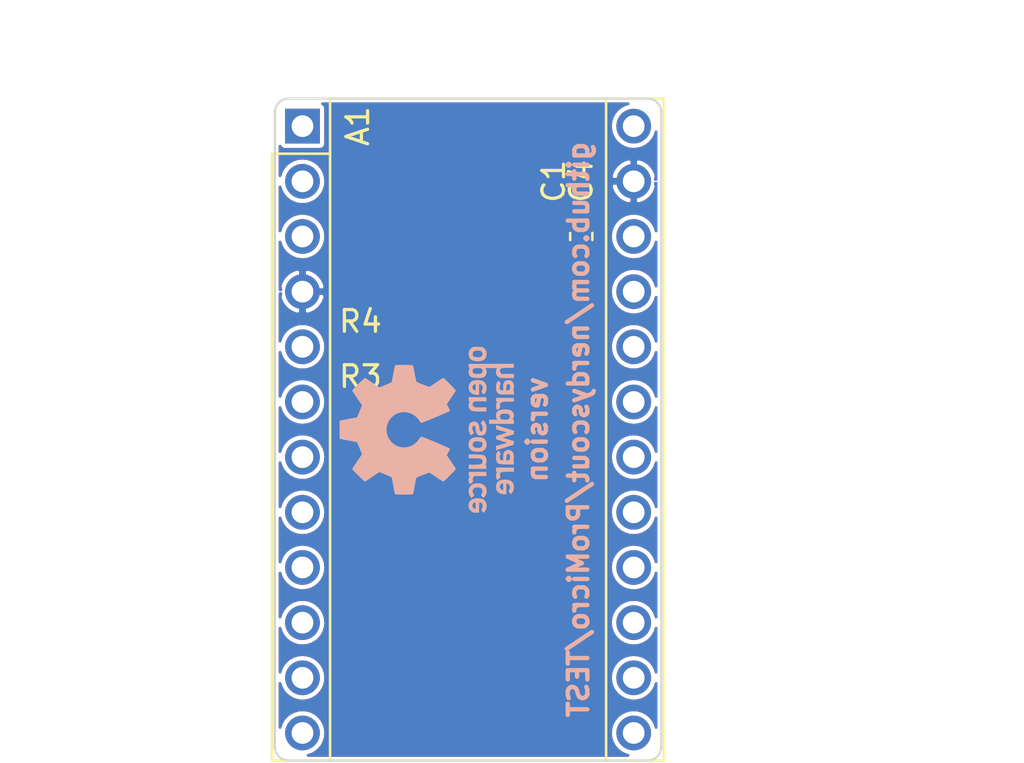
<source format=kicad_pcb>
(kicad_pcb (version 20171130) (host pcbnew 5.1.5+dfsg1-2build2)

  (general
    (thickness 0.8)
    (drawings 62)
    (tracks 0)
    (zones 0)
    (modules 6)
    (nets 5)
  )

  (page A4)
  (title_block
    (title ProMicro_TEST)
    (date 2020-07-11)
    (rev v1.0)
    (company http://github.com/nerdyscout/ProMicro_TEST)
    (comment 1 "CERN Open Hardware Licence v1.2 ")
  )

  (layers
    (0 F.Cu mixed)
    (31 B.Cu mixed)
    (32 B.Adhes user)
    (33 F.Adhes user)
    (34 B.Paste user)
    (35 F.Paste user)
    (36 B.SilkS user)
    (37 F.SilkS user)
    (38 B.Mask user)
    (39 F.Mask user)
    (40 Dwgs.User user)
    (41 Cmts.User user)
    (42 Eco1.User user)
    (43 Eco2.User user)
    (44 Edge.Cuts user)
    (45 Margin user)
    (46 B.CrtYd user)
    (47 F.CrtYd user)
    (48 B.Fab user)
    (49 F.Fab user)
  )

  (setup
    (last_trace_width 0.25)
    (user_trace_width 0.1)
    (user_trace_width 0.2)
    (user_trace_width 0.25)
    (user_trace_width 0.4)
    (trace_clearance 0.2)
    (zone_clearance 0.125)
    (zone_45_only no)
    (trace_min 0.1)
    (via_size 0.5)
    (via_drill 0.2)
    (via_min_size 0.45)
    (via_min_drill 0.2)
    (user_via 0.45 0.2)
    (user_via 0.5 0.2)
    (user_via 0.6 0.3)
    (uvia_size 0.3)
    (uvia_drill 0.1)
    (uvias_allowed no)
    (uvia_min_size 0.2)
    (uvia_min_drill 0.1)
    (edge_width 0.05)
    (segment_width 0.2)
    (pcb_text_width 0.3)
    (pcb_text_size 1.5 1.5)
    (mod_edge_width 0.12)
    (mod_text_size 1 1)
    (mod_text_width 0.15)
    (pad_size 1.524 1.524)
    (pad_drill 0.762)
    (pad_to_mask_clearance 0)
    (aux_axis_origin 152.4 114.3)
    (grid_origin 152.4 114.3)
    (visible_elements FFFFFF7F)
    (pcbplotparams
      (layerselection 0x010fc_ffffffff)
      (usegerberextensions false)
      (usegerberattributes false)
      (usegerberadvancedattributes false)
      (creategerberjobfile false)
      (excludeedgelayer true)
      (linewidth 0.100000)
      (plotframeref false)
      (viasonmask false)
      (mode 1)
      (useauxorigin false)
      (hpglpennumber 1)
      (hpglpenspeed 20)
      (hpglpendiameter 15.000000)
      (psnegative false)
      (psa4output false)
      (plotreference true)
      (plotvalue true)
      (plotinvisibletext false)
      (padsonsilk false)
      (subtractmaskfromsilk false)
      (outputformat 1)
      (mirror false)
      (drillshape 1)
      (scaleselection 1)
      (outputdirectory ""))
  )

  (net 0 "")
  (net 1 GND)
  (net 2 +3V3)
  (net 3 SCL)
  (net 4 SDA)

  (net_class Default "This is the default net class."
    (clearance 0.2)
    (trace_width 0.25)
    (via_dia 0.5)
    (via_drill 0.2)
    (uvia_dia 0.3)
    (uvia_drill 0.1)
    (add_net SCL)
    (add_net SDA)
  )

  (net_class Power ""
    (clearance 0.2)
    (trace_width 0.4)
    (via_dia 0.6)
    (via_drill 0.3)
    (uvia_dia 0.3)
    (uvia_drill 0.1)
    (add_net +3V3)
    (add_net GND)
  )

  (net_class small ""
    (clearance 0.2)
    (trace_width 0.2)
    (via_dia 0.5)
    (via_drill 0.2)
    (uvia_dia 0.3)
    (uvia_drill 0.1)
  )

  (net_class tiny ""
    (clearance 0.1)
    (trace_width 0.1)
    (via_dia 0.45)
    (via_drill 0.2)
    (uvia_dia 0.3)
    (uvia_drill 0.1)
  )

  (module Symbol:OSHW-Logo_7.5x8mm_SilkScreen (layer B.Cu) (tedit 0) (tstamp 5E6C9073)
    (at 142.875 100.33 270)
    (descr "Open Source Hardware Logo")
    (tags "Logo OSHW")
    (path /5E25FD05)
    (attr virtual)
    (fp_text reference LOGO1 (at 0 0 270) (layer B.SilkS) hide
      (effects (font (size 1 1) (thickness 0.15)) (justify mirror))
    )
    (fp_text value Logo_Open_Hardware_Small (at 0.75 0 270) (layer B.Fab) hide
      (effects (font (size 1 1) (thickness 0.15)) (justify mirror))
    )
    (fp_poly (pts (xy 0.500964 3.601424) (xy 0.576513 3.200678) (xy 1.134041 2.970846) (xy 1.468465 3.198252)
      (xy 1.562122 3.261569) (xy 1.646782 3.318104) (xy 1.718495 3.365273) (xy 1.773311 3.400498)
      (xy 1.80728 3.421195) (xy 1.81653 3.425658) (xy 1.833195 3.41418) (xy 1.868806 3.382449)
      (xy 1.919371 3.334517) (xy 1.9809 3.274438) (xy 2.049399 3.206267) (xy 2.120879 3.134055)
      (xy 2.191347 3.061858) (xy 2.256811 2.993727) (xy 2.31328 2.933717) (xy 2.356763 2.885881)
      (xy 2.383268 2.854273) (xy 2.389605 2.843695) (xy 2.380486 2.824194) (xy 2.35492 2.781469)
      (xy 2.315597 2.719702) (xy 2.265203 2.643069) (xy 2.206427 2.555752) (xy 2.172368 2.505948)
      (xy 2.110289 2.415007) (xy 2.055126 2.332941) (xy 2.009554 2.263837) (xy 1.97625 2.211778)
      (xy 1.95789 2.18085) (xy 1.955131 2.17435) (xy 1.961385 2.155879) (xy 1.978434 2.112828)
      (xy 2.003703 2.051251) (xy 2.034622 1.977201) (xy 2.068618 1.89673) (xy 2.103118 1.815893)
      (xy 2.135551 1.740742) (xy 2.163343 1.677329) (xy 2.183923 1.631707) (xy 2.194719 1.609931)
      (xy 2.195356 1.609074) (xy 2.212307 1.604916) (xy 2.257451 1.595639) (xy 2.32611 1.582156)
      (xy 2.413602 1.565379) (xy 2.51525 1.546219) (xy 2.574556 1.53517) (xy 2.683172 1.51449)
      (xy 2.781277 1.494811) (xy 2.863909 1.477211) (xy 2.926104 1.462767) (xy 2.962899 1.452554)
      (xy 2.970296 1.449314) (xy 2.97754 1.427383) (xy 2.983385 1.377853) (xy 2.987835 1.306515)
      (xy 2.990893 1.219161) (xy 2.992565 1.121583) (xy 2.992853 1.019574) (xy 2.991761 0.918925)
      (xy 2.989294 0.825428) (xy 2.985456 0.744875) (xy 2.98025 0.683058) (xy 2.973681 0.64577)
      (xy 2.969741 0.638007) (xy 2.946188 0.628702) (xy 2.896282 0.6154) (xy 2.826623 0.599663)
      (xy 2.743813 0.583054) (xy 2.714905 0.577681) (xy 2.575531 0.552152) (xy 2.465436 0.531592)
      (xy 2.380982 0.515185) (xy 2.31853 0.502113) (xy 2.274444 0.491559) (xy 2.245085 0.482706)
      (xy 2.226815 0.474737) (xy 2.215998 0.466835) (xy 2.214485 0.465273) (xy 2.199377 0.440114)
      (xy 2.176329 0.39115) (xy 2.147644 0.324379) (xy 2.115622 0.245795) (xy 2.082565 0.161393)
      (xy 2.050773 0.07717) (xy 2.022549 -0.000879) (xy 2.000193 -0.066759) (xy 1.986007 -0.114473)
      (xy 1.982293 -0.138027) (xy 1.982602 -0.138852) (xy 1.995189 -0.158104) (xy 2.023744 -0.200463)
      (xy 2.065267 -0.261521) (xy 2.116756 -0.336868) (xy 2.175211 -0.422096) (xy 2.191858 -0.446315)
      (xy 2.251215 -0.534123) (xy 2.303447 -0.614238) (xy 2.345708 -0.682062) (xy 2.375153 -0.732993)
      (xy 2.388937 -0.762431) (xy 2.389605 -0.766048) (xy 2.378024 -0.785057) (xy 2.346024 -0.822714)
      (xy 2.297718 -0.874973) (xy 2.23722 -0.937786) (xy 2.168644 -1.007106) (xy 2.096104 -1.078885)
      (xy 2.023712 -1.149077) (xy 1.955584 -1.213635) (xy 1.895832 -1.26851) (xy 1.848571 -1.309656)
      (xy 1.817913 -1.333026) (xy 1.809432 -1.336842) (xy 1.789691 -1.327855) (xy 1.749274 -1.303616)
      (xy 1.694763 -1.268209) (xy 1.652823 -1.239711) (xy 1.576829 -1.187418) (xy 1.486834 -1.125845)
      (xy 1.396564 -1.06437) (xy 1.348032 -1.031469) (xy 1.183762 -0.920359) (xy 1.045869 -0.994916)
      (xy 0.983049 -1.027578) (xy 0.929629 -1.052966) (xy 0.893484 -1.067446) (xy 0.884284 -1.06946)
      (xy 0.873221 -1.054584) (xy 0.851394 -1.012547) (xy 0.820434 -0.947227) (xy 0.78197 -0.8625)
      (xy 0.737632 -0.762245) (xy 0.689047 -0.650339) (xy 0.637846 -0.530659) (xy 0.585659 -0.407084)
      (xy 0.534113 -0.283491) (xy 0.48484 -0.163757) (xy 0.439467 -0.051759) (xy 0.399625 0.048623)
      (xy 0.366942 0.133514) (xy 0.343049 0.199035) (xy 0.329574 0.24131) (xy 0.327406 0.255828)
      (xy 0.344583 0.274347) (xy 0.38219 0.30441) (xy 0.432366 0.339768) (xy 0.436578 0.342566)
      (xy 0.566264 0.446375) (xy 0.670834 0.567485) (xy 0.749381 0.702024) (xy 0.800999 0.846118)
      (xy 0.824782 0.995895) (xy 0.819823 1.147483) (xy 0.785217 1.297008) (xy 0.720057 1.4406)
      (xy 0.700886 1.472016) (xy 0.601174 1.598875) (xy 0.483377 1.700745) (xy 0.351571 1.777096)
      (xy 0.209833 1.827398) (xy 0.062242 1.851121) (xy -0.087127 1.847735) (xy -0.234197 1.816712)
      (xy -0.374889 1.75752) (xy -0.505127 1.669631) (xy -0.545414 1.633958) (xy -0.647945 1.522294)
      (xy -0.722659 1.404743) (xy -0.77391 1.27298) (xy -0.802454 1.142493) (xy -0.8095 0.995784)
      (xy -0.786004 0.848347) (xy -0.734351 0.705166) (xy -0.656929 0.571223) (xy -0.556125 0.451502)
      (xy -0.434324 0.350986) (xy -0.418316 0.340391) (xy -0.367602 0.305694) (xy -0.32905 0.27563)
      (xy -0.310619 0.256435) (xy -0.310351 0.255828) (xy -0.314308 0.235064) (xy -0.329993 0.187938)
      (xy -0.355778 0.118327) (xy -0.390031 0.030107) (xy -0.431123 -0.072844) (xy -0.477424 -0.18665)
      (xy -0.527304 -0.307435) (xy -0.579133 -0.431321) (xy -0.631281 -0.554432) (xy -0.682118 -0.672891)
      (xy -0.730013 -0.782823) (xy -0.773338 -0.880349) (xy -0.810462 -0.961593) (xy -0.839756 -1.022679)
      (xy -0.859588 -1.05973) (xy -0.867574 -1.06946) (xy -0.891979 -1.061883) (xy -0.937642 -1.04156)
      (xy -0.99669 -1.012125) (xy -1.02916 -0.994916) (xy -1.167053 -0.920359) (xy -1.331323 -1.031469)
      (xy -1.415179 -1.08839) (xy -1.506987 -1.15103) (xy -1.59302 -1.210011) (xy -1.636113 -1.239711)
      (xy -1.696723 -1.28041) (xy -1.748045 -1.312663) (xy -1.783385 -1.332384) (xy -1.794863 -1.336554)
      (xy -1.81157 -1.325307) (xy -1.848546 -1.293911) (xy -1.902205 -1.245624) (xy -1.968962 -1.183708)
      (xy -2.045234 -1.111421) (xy -2.093473 -1.065008) (xy -2.177867 -0.982087) (xy -2.250803 -0.90792)
      (xy -2.309331 -0.84568) (xy -2.350503 -0.798541) (xy -2.371372 -0.769673) (xy -2.373374 -0.763815)
      (xy -2.364083 -0.741532) (xy -2.338409 -0.696477) (xy -2.2992 -0.633211) (xy -2.249303 -0.556295)
      (xy -2.191567 -0.470292) (xy -2.175149 -0.446315) (xy -2.115323 -0.35917) (xy -2.06165 -0.28071)
      (xy -2.01713 -0.215345) (xy -1.984765 -0.167484) (xy -1.967555 -0.141535) (xy -1.965893 -0.138852)
      (xy -1.968379 -0.118172) (xy -1.981577 -0.072704) (xy -2.003186 -0.008444) (xy -2.030904 0.068613)
      (xy -2.06243 0.152471) (xy -2.095463 0.237134) (xy -2.127701 0.316608) (xy -2.156843 0.384896)
      (xy -2.180588 0.436003) (xy -2.196635 0.463933) (xy -2.197775 0.465273) (xy -2.207588 0.473255)
      (xy -2.224161 0.481149) (xy -2.251132 0.489771) (xy -2.292139 0.499938) (xy -2.35082 0.512469)
      (xy -2.430813 0.528179) (xy -2.535755 0.547887) (xy -2.669285 0.572408) (xy -2.698196 0.577681)
      (xy -2.783882 0.594236) (xy -2.858582 0.610431) (xy -2.915694 0.624704) (xy -2.948617 0.635492)
      (xy -2.953031 0.638007) (xy -2.960306 0.660304) (xy -2.966219 0.710131) (xy -2.970766 0.781696)
      (xy -2.973945 0.869207) (xy -2.975749 0.966872) (xy -2.976177 1.068899) (xy -2.975223 1.169497)
      (xy -2.972884 1.262873) (xy -2.969156 1.343235) (xy -2.964034 1.404791) (xy -2.957516 1.44175)
      (xy -2.953586 1.449314) (xy -2.931708 1.456944) (xy -2.881891 1.469358) (xy -2.809097 1.485478)
      (xy -2.718289 1.504227) (xy -2.614431 1.524529) (xy -2.557846 1.53517) (xy -2.450486 1.55524)
      (xy -2.354746 1.57342) (xy -2.275306 1.588801) (xy -2.216846 1.600469) (xy -2.184045 1.607512)
      (xy -2.178646 1.609074) (xy -2.169522 1.626678) (xy -2.150235 1.669082) (xy -2.123355 1.730228)
      (xy -2.091454 1.804057) (xy -2.057102 1.884511) (xy -2.022871 1.965532) (xy -1.991331 2.041063)
      (xy -1.965054 2.105045) (xy -1.946611 2.15142) (xy -1.938571 2.174131) (xy -1.938422 2.175124)
      (xy -1.947535 2.193039) (xy -1.973086 2.234267) (xy -2.012388 2.294709) (xy -2.062757 2.370269)
      (xy -2.121506 2.456848) (xy -2.155658 2.506579) (xy -2.21789 2.597764) (xy -2.273164 2.680551)
      (xy -2.318782 2.750751) (xy -2.352048 2.804176) (xy -2.370264 2.836639) (xy -2.372895 2.843917)
      (xy -2.361586 2.860855) (xy -2.330319 2.897022) (xy -2.28309 2.948365) (xy -2.223892 3.010833)
      (xy -2.156719 3.080374) (xy -2.085566 3.152935) (xy -2.014426 3.224465) (xy -1.947293 3.290913)
      (xy -1.888161 3.348226) (xy -1.841025 3.392353) (xy -1.809877 3.419241) (xy -1.799457 3.425658)
      (xy -1.782491 3.416635) (xy -1.741911 3.391285) (xy -1.681663 3.35219) (xy -1.605693 3.301929)
      (xy -1.517946 3.243083) (xy -1.451756 3.198252) (xy -1.117332 2.970846) (xy -0.838567 3.085762)
      (xy -0.559803 3.200678) (xy -0.484254 3.601424) (xy -0.408706 4.002171) (xy 0.425415 4.002171)
      (xy 0.500964 3.601424)) (layer B.SilkS) (width 0.01))
    (fp_poly (pts (xy 2.391388 -1.937645) (xy 2.448865 -1.955206) (xy 2.485872 -1.977395) (xy 2.497927 -1.994942)
      (xy 2.494609 -2.015742) (xy 2.473079 -2.048419) (xy 2.454874 -2.071562) (xy 2.417344 -2.113402)
      (xy 2.389148 -2.131005) (xy 2.365111 -2.129856) (xy 2.293808 -2.11171) (xy 2.241442 -2.112534)
      (xy 2.198918 -2.133098) (xy 2.184642 -2.145134) (xy 2.138947 -2.187483) (xy 2.138947 -2.740526)
      (xy 1.955131 -2.740526) (xy 1.955131 -1.938421) (xy 2.047039 -1.938421) (xy 2.102219 -1.940603)
      (xy 2.130688 -1.948351) (xy 2.138943 -1.963468) (xy 2.138947 -1.963916) (xy 2.142845 -1.979749)
      (xy 2.160474 -1.977684) (xy 2.184901 -1.966261) (xy 2.23535 -1.945005) (xy 2.276316 -1.932216)
      (xy 2.329028 -1.928938) (xy 2.391388 -1.937645)) (layer B.SilkS) (width 0.01))
    (fp_poly (pts (xy -1.002043 -1.952226) (xy -0.960454 -1.97209) (xy -0.920175 -2.000784) (xy -0.88949 -2.033809)
      (xy -0.867139 -2.075931) (xy -0.851864 -2.131915) (xy -0.842408 -2.206528) (xy -0.837513 -2.304535)
      (xy -0.835919 -2.430702) (xy -0.835894 -2.443914) (xy -0.835527 -2.740526) (xy -1.019343 -2.740526)
      (xy -1.019343 -2.467081) (xy -1.019473 -2.365777) (xy -1.020379 -2.292353) (xy -1.022827 -2.241271)
      (xy -1.027586 -2.20699) (xy -1.035426 -2.183971) (xy -1.047115 -2.166673) (xy -1.063398 -2.149581)
      (xy -1.120366 -2.112857) (xy -1.182555 -2.106042) (xy -1.241801 -2.129261) (xy -1.262405 -2.146543)
      (xy -1.27753 -2.162791) (xy -1.28839 -2.180191) (xy -1.29569 -2.204212) (xy -1.300137 -2.240322)
      (xy -1.302436 -2.293988) (xy -1.303296 -2.37068) (xy -1.303422 -2.464043) (xy -1.303422 -2.740526)
      (xy -1.487237 -2.740526) (xy -1.487237 -1.938421) (xy -1.395329 -1.938421) (xy -1.340149 -1.940603)
      (xy -1.31168 -1.948351) (xy -1.303425 -1.963468) (xy -1.303422 -1.963916) (xy -1.299592 -1.97872)
      (xy -1.282699 -1.97704) (xy -1.249112 -1.960773) (xy -1.172937 -1.93684) (xy -1.0858 -1.934178)
      (xy -1.002043 -1.952226)) (layer B.SilkS) (width 0.01))
    (fp_poly (pts (xy 3.558784 -1.935554) (xy 3.601574 -1.945949) (xy 3.683609 -1.984013) (xy 3.753757 -2.042149)
      (xy 3.802305 -2.111852) (xy 3.808975 -2.127502) (xy 3.818124 -2.168496) (xy 3.824529 -2.229138)
      (xy 3.82671 -2.29043) (xy 3.82671 -2.406316) (xy 3.584407 -2.406316) (xy 3.484471 -2.406693)
      (xy 3.414069 -2.408987) (xy 3.369313 -2.414938) (xy 3.346315 -2.426285) (xy 3.341189 -2.444771)
      (xy 3.350048 -2.472136) (xy 3.365917 -2.504155) (xy 3.410184 -2.557592) (xy 3.471699 -2.584215)
      (xy 3.546885 -2.583347) (xy 3.632053 -2.554371) (xy 3.705659 -2.518611) (xy 3.766734 -2.566904)
      (xy 3.82781 -2.615197) (xy 3.770351 -2.668285) (xy 3.693641 -2.718445) (xy 3.599302 -2.748688)
      (xy 3.497827 -2.757151) (xy 3.399711 -2.741974) (xy 3.383881 -2.736824) (xy 3.297647 -2.691791)
      (xy 3.233501 -2.624652) (xy 3.190091 -2.533405) (xy 3.166064 -2.416044) (xy 3.165784 -2.413529)
      (xy 3.163633 -2.285627) (xy 3.172329 -2.239997) (xy 3.342105 -2.239997) (xy 3.357697 -2.247013)
      (xy 3.400029 -2.252388) (xy 3.462434 -2.255457) (xy 3.501981 -2.255921) (xy 3.575728 -2.25563)
      (xy 3.62184 -2.253783) (xy 3.6461 -2.248912) (xy 3.654294 -2.239555) (xy 3.652206 -2.224245)
      (xy 3.650455 -2.218322) (xy 3.62056 -2.162668) (xy 3.573542 -2.117815) (xy 3.532049 -2.098105)
      (xy 3.476926 -2.099295) (xy 3.421068 -2.123875) (xy 3.374212 -2.16457) (xy 3.346094 -2.214108)
      (xy 3.342105 -2.239997) (xy 3.172329 -2.239997) (xy 3.185074 -2.173133) (xy 3.227611 -2.078727)
      (xy 3.288747 -2.005088) (xy 3.365985 -1.954893) (xy 3.45683 -1.930822) (xy 3.558784 -1.935554)) (layer B.SilkS) (width 0.01))
    (fp_poly (pts (xy 2.946576 -1.945419) (xy 3.043395 -1.986549) (xy 3.07389 -2.006571) (xy 3.112865 -2.03734)
      (xy 3.137331 -2.061533) (xy 3.141578 -2.069413) (xy 3.129584 -2.086899) (xy 3.098887 -2.11657)
      (xy 3.074312 -2.137279) (xy 3.007046 -2.191336) (xy 2.95393 -2.146642) (xy 2.912884 -2.117789)
      (xy 2.872863 -2.107829) (xy 2.827059 -2.110261) (xy 2.754324 -2.128345) (xy 2.704256 -2.165881)
      (xy 2.673829 -2.226562) (xy 2.660017 -2.314081) (xy 2.660013 -2.314136) (xy 2.661208 -2.411958)
      (xy 2.679772 -2.48373) (xy 2.716804 -2.532595) (xy 2.74205 -2.549143) (xy 2.809097 -2.569749)
      (xy 2.880709 -2.569762) (xy 2.943015 -2.549768) (xy 2.957763 -2.54) (xy 2.99475 -2.515047)
      (xy 3.023668 -2.510958) (xy 3.054856 -2.52953) (xy 3.089336 -2.562887) (xy 3.143912 -2.619196)
      (xy 3.083318 -2.669142) (xy 2.989698 -2.725513) (xy 2.884125 -2.753293) (xy 2.773798 -2.751282)
      (xy 2.701343 -2.732862) (xy 2.616656 -2.68731) (xy 2.548927 -2.61565) (xy 2.518157 -2.565066)
      (xy 2.493236 -2.492488) (xy 2.480766 -2.400569) (xy 2.48067 -2.300948) (xy 2.49287 -2.205267)
      (xy 2.51729 -2.125169) (xy 2.521136 -2.116956) (xy 2.578093 -2.036413) (xy 2.655209 -1.977771)
      (xy 2.74639 -1.942247) (xy 2.845543 -1.931057) (xy 2.946576 -1.945419)) (layer B.SilkS) (width 0.01))
    (fp_poly (pts (xy 1.320131 -2.198533) (xy 1.32171 -2.321089) (xy 1.327481 -2.414179) (xy 1.338991 -2.481651)
      (xy 1.35779 -2.527355) (xy 1.385426 -2.555139) (xy 1.423448 -2.568854) (xy 1.470526 -2.572358)
      (xy 1.519832 -2.568432) (xy 1.557283 -2.554089) (xy 1.584428 -2.525478) (xy 1.602815 -2.478751)
      (xy 1.613993 -2.410058) (xy 1.619511 -2.31555) (xy 1.620921 -2.198533) (xy 1.620921 -1.938421)
      (xy 1.804736 -1.938421) (xy 1.804736 -2.740526) (xy 1.712828 -2.740526) (xy 1.657422 -2.738281)
      (xy 1.628891 -2.730396) (xy 1.620921 -2.715428) (xy 1.61612 -2.702097) (xy 1.597014 -2.704917)
      (xy 1.558504 -2.723783) (xy 1.470239 -2.752887) (xy 1.376623 -2.750825) (xy 1.286921 -2.719221)
      (xy 1.244204 -2.694257) (xy 1.211621 -2.667226) (xy 1.187817 -2.633405) (xy 1.171439 -2.588068)
      (xy 1.161131 -2.526489) (xy 1.155541 -2.443943) (xy 1.153312 -2.335705) (xy 1.153026 -2.252004)
      (xy 1.153026 -1.938421) (xy 1.320131 -1.938421) (xy 1.320131 -2.198533)) (layer B.SilkS) (width 0.01))
    (fp_poly (pts (xy 0.811669 -1.94831) (xy 0.896192 -1.99434) (xy 0.962321 -2.067006) (xy 0.993478 -2.126106)
      (xy 1.006855 -2.178305) (xy 1.015522 -2.252719) (xy 1.019237 -2.338442) (xy 1.017754 -2.424569)
      (xy 1.010831 -2.500193) (xy 1.002745 -2.540584) (xy 0.975465 -2.59584) (xy 0.92822 -2.65453)
      (xy 0.871282 -2.705852) (xy 0.814924 -2.739005) (xy 0.81355 -2.739531) (xy 0.743616 -2.754018)
      (xy 0.660737 -2.754377) (xy 0.581977 -2.741188) (xy 0.551566 -2.730617) (xy 0.473239 -2.686201)
      (xy 0.417143 -2.628007) (xy 0.380286 -2.550965) (xy 0.35968 -2.450001) (xy 0.355018 -2.397116)
      (xy 0.355613 -2.330663) (xy 0.534736 -2.330663) (xy 0.54077 -2.42763) (xy 0.558138 -2.501523)
      (xy 0.58574 -2.548736) (xy 0.605404 -2.562237) (xy 0.655787 -2.571651) (xy 0.715673 -2.568864)
      (xy 0.767449 -2.555316) (xy 0.781027 -2.547862) (xy 0.816849 -2.504451) (xy 0.840493 -2.438014)
      (xy 0.850558 -2.357161) (xy 0.845642 -2.270502) (xy 0.834655 -2.218349) (xy 0.803109 -2.157951)
      (xy 0.753311 -2.120197) (xy 0.693337 -2.107143) (xy 0.631264 -2.120849) (xy 0.583582 -2.154372)
      (xy 0.558525 -2.182031) (xy 0.5439 -2.209294) (xy 0.536929 -2.24619) (xy 0.534833 -2.30275)
      (xy 0.534736 -2.330663) (xy 0.355613 -2.330663) (xy 0.356282 -2.255994) (xy 0.379265 -2.140271)
      (xy 0.423972 -2.049941) (xy 0.490405 -1.985) (xy 0.578565 -1.945445) (xy 0.597495 -1.940858)
      (xy 0.711266 -1.93009) (xy 0.811669 -1.94831)) (layer B.SilkS) (width 0.01))
    (fp_poly (pts (xy 0.018628 -1.935547) (xy 0.081908 -1.947548) (xy 0.147557 -1.972648) (xy 0.154572 -1.975848)
      (xy 0.204356 -2.002026) (xy 0.238834 -2.026353) (xy 0.249978 -2.041937) (xy 0.239366 -2.067353)
      (xy 0.213588 -2.104853) (xy 0.202146 -2.118852) (xy 0.154992 -2.173954) (xy 0.094201 -2.138086)
      (xy 0.036347 -2.114192) (xy -0.0305 -2.10142) (xy -0.094606 -2.100613) (xy -0.144236 -2.112615)
      (xy -0.156146 -2.120105) (xy -0.178828 -2.15445) (xy -0.181584 -2.194013) (xy -0.164612 -2.22492)
      (xy -0.154573 -2.230913) (xy -0.12449 -2.238357) (xy -0.071611 -2.247106) (xy -0.006425 -2.255467)
      (xy 0.0056 -2.256778) (xy 0.110297 -2.274888) (xy 0.186232 -2.305651) (xy 0.236592 -2.351907)
      (xy 0.264564 -2.416497) (xy 0.273278 -2.495387) (xy 0.26124 -2.585065) (xy 0.222151 -2.655486)
      (xy 0.155855 -2.706777) (xy 0.062194 -2.739067) (xy -0.041777 -2.751807) (xy -0.126562 -2.751654)
      (xy -0.195335 -2.740083) (xy -0.242303 -2.724109) (xy -0.30165 -2.696275) (xy -0.356494 -2.663973)
      (xy -0.375987 -2.649755) (xy -0.426119 -2.608835) (xy -0.305197 -2.486477) (xy -0.236457 -2.531967)
      (xy -0.167512 -2.566133) (xy -0.093889 -2.584004) (xy -0.023117 -2.585889) (xy 0.037274 -2.572101)
      (xy 0.079757 -2.542949) (xy 0.093474 -2.518352) (xy 0.091417 -2.478904) (xy 0.05733 -2.448737)
      (xy -0.008692 -2.427906) (xy -0.081026 -2.418279) (xy -0.192348 -2.39991) (xy -0.275048 -2.365254)
      (xy -0.330235 -2.313297) (xy -0.359012 -2.243023) (xy -0.362999 -2.159707) (xy -0.343307 -2.072681)
      (xy -0.298411 -2.006902) (xy -0.227909 -1.962068) (xy -0.131399 -1.937879) (xy -0.0599 -1.933137)
      (xy 0.018628 -1.935547)) (layer B.SilkS) (width 0.01))
    (fp_poly (pts (xy -1.802982 -1.957027) (xy -1.78633 -1.964866) (xy -1.728695 -2.007086) (xy -1.674195 -2.0687)
      (xy -1.633501 -2.136543) (xy -1.621926 -2.167734) (xy -1.611366 -2.223449) (xy -1.605069 -2.290781)
      (xy -1.604304 -2.318585) (xy -1.604211 -2.406316) (xy -2.10915 -2.406316) (xy -2.098387 -2.45227)
      (xy -2.071967 -2.50662) (xy -2.025778 -2.553591) (xy -1.970828 -2.583848) (xy -1.935811 -2.590131)
      (xy -1.888323 -2.582506) (xy -1.831665 -2.563383) (xy -1.812418 -2.554584) (xy -1.741241 -2.519036)
      (xy -1.680498 -2.565367) (xy -1.645448 -2.596703) (xy -1.626798 -2.622567) (xy -1.625853 -2.630158)
      (xy -1.642515 -2.648556) (xy -1.67903 -2.676515) (xy -1.712172 -2.698327) (xy -1.801607 -2.737537)
      (xy -1.901871 -2.755285) (xy -2.001246 -2.75067) (xy -2.080461 -2.726551) (xy -2.16212 -2.674884)
      (xy -2.220151 -2.606856) (xy -2.256454 -2.518843) (xy -2.272928 -2.407216) (xy -2.274389 -2.356138)
      (xy -2.268543 -2.239091) (xy -2.267825 -2.235686) (xy -2.100511 -2.235686) (xy -2.095903 -2.246662)
      (xy -2.076964 -2.252715) (xy -2.037902 -2.25531) (xy -1.972923 -2.25591) (xy -1.947903 -2.255921)
      (xy -1.871779 -2.255014) (xy -1.823504 -2.25172) (xy -1.79754 -2.245181) (xy -1.788352 -2.234537)
      (xy -1.788027 -2.231119) (xy -1.798513 -2.203956) (xy -1.824758 -2.165903) (xy -1.836041 -2.152579)
      (xy -1.877928 -2.114896) (xy -1.921591 -2.10008) (xy -1.945115 -2.098842) (xy -2.008757 -2.114329)
      (xy -2.062127 -2.15593) (xy -2.095981 -2.216353) (xy -2.096581 -2.218322) (xy -2.100511 -2.235686)
      (xy -2.267825 -2.235686) (xy -2.249101 -2.146928) (xy -2.214078 -2.07319) (xy -2.171244 -2.020848)
      (xy -2.092052 -1.964092) (xy -1.99896 -1.933762) (xy -1.899945 -1.931021) (xy -1.802982 -1.957027)) (layer B.SilkS) (width 0.01))
    (fp_poly (pts (xy -3.373216 -1.947104) (xy -3.285795 -1.985754) (xy -3.21943 -2.05029) (xy -3.174024 -2.140812)
      (xy -3.149482 -2.257418) (xy -3.147723 -2.275624) (xy -3.146344 -2.403984) (xy -3.164216 -2.516496)
      (xy -3.20025 -2.607688) (xy -3.219545 -2.637022) (xy -3.286755 -2.699106) (xy -3.37235 -2.739316)
      (xy -3.46811 -2.756003) (xy -3.565813 -2.747517) (xy -3.640083 -2.72138) (xy -3.703953 -2.677335)
      (xy -3.756154 -2.619587) (xy -3.757057 -2.618236) (xy -3.778256 -2.582593) (xy -3.792033 -2.546752)
      (xy -3.800376 -2.501519) (xy -3.805273 -2.437701) (xy -3.807431 -2.385368) (xy -3.808329 -2.33791)
      (xy -3.641257 -2.33791) (xy -3.639624 -2.385154) (xy -3.633696 -2.448046) (xy -3.623239 -2.488407)
      (xy -3.604381 -2.517122) (xy -3.586719 -2.533896) (xy -3.524106 -2.569016) (xy -3.458592 -2.57371)
      (xy -3.397579 -2.54844) (xy -3.367072 -2.520124) (xy -3.345089 -2.491589) (xy -3.332231 -2.464284)
      (xy -3.326588 -2.42875) (xy -3.326249 -2.375524) (xy -3.327988 -2.326506) (xy -3.331729 -2.256482)
      (xy -3.337659 -2.211064) (xy -3.348347 -2.18144) (xy -3.366361 -2.158797) (xy -3.380637 -2.145855)
      (xy -3.440349 -2.11186) (xy -3.504766 -2.110165) (xy -3.558781 -2.130301) (xy -3.60486 -2.172352)
      (xy -3.632311 -2.241428) (xy -3.641257 -2.33791) (xy -3.808329 -2.33791) (xy -3.809401 -2.281299)
      (xy -3.806036 -2.203468) (xy -3.795955 -2.14493) (xy -3.777774 -2.098737) (xy -3.75011 -2.057942)
      (xy -3.739854 -2.045828) (xy -3.675722 -1.985474) (xy -3.606934 -1.95022) (xy -3.522811 -1.93545)
      (xy -3.481791 -1.934243) (xy -3.373216 -1.947104)) (layer B.SilkS) (width 0.01))
    (fp_poly (pts (xy 2.701193 -3.196078) (xy 2.781068 -3.216845) (xy 2.847962 -3.259705) (xy 2.880351 -3.291723)
      (xy 2.933445 -3.367413) (xy 2.963873 -3.455216) (xy 2.974327 -3.56315) (xy 2.97438 -3.571875)
      (xy 2.974473 -3.659605) (xy 2.469534 -3.659605) (xy 2.480298 -3.705559) (xy 2.499732 -3.747178)
      (xy 2.533745 -3.790544) (xy 2.54086 -3.797467) (xy 2.602003 -3.834935) (xy 2.671729 -3.841289)
      (xy 2.751987 -3.816638) (xy 2.765592 -3.81) (xy 2.807319 -3.789819) (xy 2.835268 -3.778321)
      (xy 2.840145 -3.777258) (xy 2.857168 -3.787583) (xy 2.889633 -3.812845) (xy 2.906114 -3.82665)
      (xy 2.940264 -3.858361) (xy 2.951478 -3.879299) (xy 2.943695 -3.89856) (xy 2.939535 -3.903827)
      (xy 2.911357 -3.926878) (xy 2.864862 -3.954892) (xy 2.832434 -3.971246) (xy 2.740385 -4.000059)
      (xy 2.638476 -4.009395) (xy 2.541963 -3.998332) (xy 2.514934 -3.990412) (xy 2.431276 -3.945581)
      (xy 2.369266 -3.876598) (xy 2.328545 -3.782794) (xy 2.308755 -3.663498) (xy 2.306582 -3.601118)
      (xy 2.312926 -3.510298) (xy 2.473157 -3.510298) (xy 2.488655 -3.517012) (xy 2.530312 -3.52228)
      (xy 2.590876 -3.525389) (xy 2.631907 -3.525921) (xy 2.705711 -3.525408) (xy 2.752293 -3.523006)
      (xy 2.777848 -3.517422) (xy 2.788569 -3.507361) (xy 2.790657 -3.492763) (xy 2.776331 -3.447796)
      (xy 2.740262 -3.403353) (xy 2.692815 -3.369242) (xy 2.645349 -3.355288) (xy 2.580879 -3.367666)
      (xy 2.52507 -3.403452) (xy 2.486374 -3.455033) (xy 2.473157 -3.510298) (xy 2.312926 -3.510298)
      (xy 2.315821 -3.468866) (xy 2.344336 -3.363498) (xy 2.392729 -3.284178) (xy 2.461604 -3.230071)
      (xy 2.551565 -3.200343) (xy 2.6003 -3.194618) (xy 2.701193 -3.196078)) (layer B.SilkS) (width 0.01))
    (fp_poly (pts (xy 2.173167 -3.191447) (xy 2.237408 -3.204112) (xy 2.27398 -3.222864) (xy 2.312453 -3.254017)
      (xy 2.257717 -3.323127) (xy 2.223969 -3.364979) (xy 2.201053 -3.385398) (xy 2.178279 -3.388517)
      (xy 2.144956 -3.378472) (xy 2.129314 -3.372789) (xy 2.065542 -3.364404) (xy 2.00714 -3.382378)
      (xy 1.964264 -3.422982) (xy 1.957299 -3.435929) (xy 1.949713 -3.470224) (xy 1.943859 -3.533427)
      (xy 1.940011 -3.62106) (xy 1.938443 -3.72864) (xy 1.938421 -3.743944) (xy 1.938421 -4.010526)
      (xy 1.754605 -4.010526) (xy 1.754605 -3.19171) (xy 1.846513 -3.19171) (xy 1.899507 -3.193094)
      (xy 1.927115 -3.199252) (xy 1.937324 -3.213194) (xy 1.938421 -3.226344) (xy 1.938421 -3.260978)
      (xy 1.98245 -3.226344) (xy 2.032937 -3.202716) (xy 2.10076 -3.191033) (xy 2.173167 -3.191447)) (layer B.SilkS) (width 0.01))
    (fp_poly (pts (xy 1.379992 -3.196673) (xy 1.450427 -3.21378) (xy 1.470787 -3.222844) (xy 1.510253 -3.246583)
      (xy 1.540541 -3.273321) (xy 1.562952 -3.307699) (xy 1.578786 -3.35436) (xy 1.589343 -3.417946)
      (xy 1.595924 -3.503099) (xy 1.599828 -3.614462) (xy 1.60131 -3.688849) (xy 1.606765 -4.010526)
      (xy 1.51358 -4.010526) (xy 1.457047 -4.008156) (xy 1.427922 -4.000055) (xy 1.420394 -3.986451)
      (xy 1.41642 -3.971741) (xy 1.398652 -3.974554) (xy 1.37444 -3.986348) (xy 1.313828 -4.004427)
      (xy 1.235929 -4.009299) (xy 1.153995 -4.00133) (xy 1.081281 -3.980889) (xy 1.074759 -3.978051)
      (xy 1.008302 -3.931365) (xy 0.964491 -3.866464) (xy 0.944332 -3.7906) (xy 0.945872 -3.763344)
      (xy 1.110345 -3.763344) (xy 1.124837 -3.800024) (xy 1.167805 -3.826309) (xy 1.237129 -3.840417)
      (xy 1.274177 -3.84229) (xy 1.335919 -3.837494) (xy 1.37696 -3.818858) (xy 1.386973 -3.81)
      (xy 1.4141 -3.761806) (xy 1.420394 -3.718092) (xy 1.420394 -3.659605) (xy 1.33893 -3.659605)
      (xy 1.244234 -3.664432) (xy 1.177813 -3.679613) (xy 1.135846 -3.7062) (xy 1.126449 -3.718052)
      (xy 1.110345 -3.763344) (xy 0.945872 -3.763344) (xy 0.948829 -3.711026) (xy 0.978985 -3.634995)
      (xy 1.020131 -3.583612) (xy 1.045052 -3.561397) (xy 1.069448 -3.546798) (xy 1.101191 -3.537897)
      (xy 1.148152 -3.532775) (xy 1.218204 -3.529515) (xy 1.24599 -3.528577) (xy 1.420394 -3.522879)
      (xy 1.420138 -3.470091) (xy 1.413384 -3.414603) (xy 1.388964 -3.381052) (xy 1.33963 -3.359618)
      (xy 1.338306 -3.359236) (xy 1.26836 -3.350808) (xy 1.199914 -3.361816) (xy 1.149047 -3.388585)
      (xy 1.128637 -3.401803) (xy 1.106654 -3.399974) (xy 1.072826 -3.380824) (xy 1.052961 -3.367308)
      (xy 1.014106 -3.338432) (xy 0.990038 -3.316786) (xy 0.986176 -3.310589) (xy 1.002079 -3.278519)
      (xy 1.049065 -3.240219) (xy 1.069473 -3.227297) (xy 1.128143 -3.205041) (xy 1.207212 -3.192432)
      (xy 1.295041 -3.1896) (xy 1.379992 -3.196673)) (layer B.SilkS) (width 0.01))
    (fp_poly (pts (xy 0.37413 -3.195104) (xy 0.44022 -3.200066) (xy 0.526626 -3.459079) (xy 0.613031 -3.718092)
      (xy 0.640124 -3.626184) (xy 0.656428 -3.569384) (xy 0.677875 -3.492625) (xy 0.701035 -3.408251)
      (xy 0.71328 -3.362993) (xy 0.759344 -3.19171) (xy 0.949387 -3.19171) (xy 0.892582 -3.371349)
      (xy 0.864607 -3.459704) (xy 0.830813 -3.566281) (xy 0.79552 -3.677454) (xy 0.764013 -3.776579)
      (xy 0.69225 -4.002171) (xy 0.537286 -4.012253) (xy 0.49527 -3.873528) (xy 0.469359 -3.787351)
      (xy 0.441083 -3.692347) (xy 0.416369 -3.608441) (xy 0.415394 -3.605102) (xy 0.396935 -3.548248)
      (xy 0.380649 -3.509456) (xy 0.369242 -3.494787) (xy 0.366898 -3.496483) (xy 0.358671 -3.519225)
      (xy 0.343038 -3.56794) (xy 0.321904 -3.636502) (xy 0.29717 -3.718785) (xy 0.283787 -3.764046)
      (xy 0.211311 -4.010526) (xy 0.057495 -4.010526) (xy -0.065469 -3.622006) (xy -0.100012 -3.513022)
      (xy -0.131479 -3.414048) (xy -0.158384 -3.329736) (xy -0.179241 -3.264734) (xy -0.192562 -3.223692)
      (xy -0.196612 -3.211701) (xy -0.193406 -3.199423) (xy -0.168235 -3.194046) (xy -0.115854 -3.194584)
      (xy -0.107655 -3.19499) (xy -0.010518 -3.200066) (xy 0.0531 -3.434013) (xy 0.076484 -3.519333)
      (xy 0.097381 -3.594335) (xy 0.113951 -3.652507) (xy 0.124354 -3.687337) (xy 0.126276 -3.693016)
      (xy 0.134241 -3.686486) (xy 0.150304 -3.652654) (xy 0.172621 -3.596127) (xy 0.199345 -3.52151)
      (xy 0.221937 -3.454107) (xy 0.308041 -3.190143) (xy 0.37413 -3.195104)) (layer B.SilkS) (width 0.01))
    (fp_poly (pts (xy -0.267369 -4.010526) (xy -0.359277 -4.010526) (xy -0.412623 -4.008962) (xy -0.440407 -4.002485)
      (xy -0.45041 -3.988418) (xy -0.451185 -3.978906) (xy -0.452872 -3.959832) (xy -0.46351 -3.956174)
      (xy -0.491465 -3.967932) (xy -0.513205 -3.978906) (xy -0.596668 -4.004911) (xy -0.687396 -4.006416)
      (xy -0.761158 -3.987021) (xy -0.829846 -3.940165) (xy -0.882206 -3.871004) (xy -0.910878 -3.789427)
      (xy -0.911608 -3.784866) (xy -0.915868 -3.735101) (xy -0.917986 -3.663659) (xy -0.917816 -3.609626)
      (xy -0.73528 -3.609626) (xy -0.731051 -3.681441) (xy -0.721432 -3.740634) (xy -0.70841 -3.77406)
      (xy -0.659144 -3.81974) (xy -0.60065 -3.836115) (xy -0.540329 -3.822873) (xy -0.488783 -3.783373)
      (xy -0.469262 -3.756807) (xy -0.457848 -3.725106) (xy -0.452502 -3.678832) (xy -0.451185 -3.609328)
      (xy -0.453542 -3.540499) (xy -0.459767 -3.480026) (xy -0.468592 -3.439556) (xy -0.470063 -3.435929)
      (xy -0.505653 -3.392802) (xy -0.5576 -3.369124) (xy -0.615722 -3.365301) (xy -0.66984 -3.381738)
      (xy -0.709774 -3.41884) (xy -0.713917 -3.426222) (xy -0.726884 -3.471239) (xy -0.733948 -3.535967)
      (xy -0.73528 -3.609626) (xy -0.917816 -3.609626) (xy -0.917729 -3.58223) (xy -0.916528 -3.538405)
      (xy -0.908355 -3.429988) (xy -0.89137 -3.348588) (xy -0.863113 -3.288412) (xy -0.821128 -3.243666)
      (xy -0.780368 -3.2174) (xy -0.723419 -3.198935) (xy -0.652589 -3.192602) (xy -0.580059 -3.19776)
      (xy -0.518014 -3.213769) (xy -0.485232 -3.23292) (xy -0.451185 -3.263732) (xy -0.451185 -2.87421)
      (xy -0.267369 -2.87421) (xy -0.267369 -4.010526)) (layer B.SilkS) (width 0.01))
    (fp_poly (pts (xy -1.320119 -3.193486) (xy -1.295112 -3.200982) (xy -1.28705 -3.217451) (xy -1.286711 -3.224886)
      (xy -1.285264 -3.245594) (xy -1.275302 -3.248845) (xy -1.248388 -3.234648) (xy -1.232402 -3.224948)
      (xy -1.181967 -3.204175) (xy -1.121728 -3.193904) (xy -1.058566 -3.193114) (xy -0.999363 -3.200786)
      (xy -0.950998 -3.215898) (xy -0.920354 -3.237432) (xy -0.914311 -3.264366) (xy -0.917361 -3.27166)
      (xy -0.939594 -3.301937) (xy -0.97407 -3.339175) (xy -0.980306 -3.345195) (xy -1.013167 -3.372875)
      (xy -1.04152 -3.381818) (xy -1.081173 -3.375576) (xy -1.097058 -3.371429) (xy -1.146491 -3.361467)
      (xy -1.181248 -3.365947) (xy -1.2106 -3.381746) (xy -1.237487 -3.402949) (xy -1.25729 -3.429614)
      (xy -1.271052 -3.466827) (xy -1.279816 -3.519673) (xy -1.284626 -3.593237) (xy -1.286526 -3.692605)
      (xy -1.286711 -3.752601) (xy -1.286711 -4.010526) (xy -1.453816 -4.010526) (xy -1.453816 -3.19171)
      (xy -1.370264 -3.19171) (xy -1.320119 -3.193486)) (layer B.SilkS) (width 0.01))
    (fp_poly (pts (xy -1.839543 -3.198184) (xy -1.76093 -3.21916) (xy -1.701084 -3.25718) (xy -1.658853 -3.306978)
      (xy -1.645725 -3.32823) (xy -1.636032 -3.350492) (xy -1.629256 -3.37897) (xy -1.624877 -3.418871)
      (xy -1.622376 -3.475401) (xy -1.621232 -3.553767) (xy -1.620928 -3.659176) (xy -1.620922 -3.687142)
      (xy -1.620922 -4.010526) (xy -1.701132 -4.010526) (xy -1.752294 -4.006943) (xy -1.790123 -3.997866)
      (xy -1.799601 -3.992268) (xy -1.825512 -3.982606) (xy -1.851976 -3.992268) (xy -1.895548 -4.00433)
      (xy -1.95884 -4.009185) (xy -2.02899 -4.007078) (xy -2.09314 -3.998256) (xy -2.130593 -3.986937)
      (xy -2.203067 -3.940412) (xy -2.24836 -3.875846) (xy -2.268722 -3.79) (xy -2.268912 -3.787796)
      (xy -2.267125 -3.749713) (xy -2.105527 -3.749713) (xy -2.091399 -3.79303) (xy -2.068388 -3.817408)
      (xy -2.022196 -3.835845) (xy -1.961225 -3.843205) (xy -1.899051 -3.839583) (xy -1.849249 -3.825074)
      (xy -1.835297 -3.815765) (xy -1.810915 -3.772753) (xy -1.804737 -3.723857) (xy -1.804737 -3.659605)
      (xy -1.897182 -3.659605) (xy -1.985005 -3.666366) (xy -2.051582 -3.68552) (xy -2.092998 -3.715376)
      (xy -2.105527 -3.749713) (xy -2.267125 -3.749713) (xy -2.26451 -3.694004) (xy -2.233576 -3.619847)
      (xy -2.175419 -3.563767) (xy -2.16738 -3.558665) (xy -2.132837 -3.542055) (xy -2.090082 -3.531996)
      (xy -2.030314 -3.527107) (xy -1.95931 -3.525983) (xy -1.804737 -3.525921) (xy -1.804737 -3.461125)
      (xy -1.811294 -3.41085) (xy -1.828025 -3.377169) (xy -1.829984 -3.375376) (xy -1.867217 -3.360642)
      (xy -1.92342 -3.354931) (xy -1.985533 -3.357737) (xy -2.04049 -3.368556) (xy -2.073101 -3.384782)
      (xy -2.090772 -3.39778) (xy -2.109431 -3.400262) (xy -2.135181 -3.389613) (xy -2.174127 -3.363218)
      (xy -2.23237 -3.318465) (xy -2.237716 -3.314273) (xy -2.234977 -3.29876) (xy -2.212124 -3.27296)
      (xy -2.177391 -3.244289) (xy -2.13901 -3.220166) (xy -2.126952 -3.21447) (xy -2.082966 -3.203103)
      (xy -2.018513 -3.194995) (xy -1.946503 -3.191743) (xy -1.943136 -3.191736) (xy -1.839543 -3.198184)) (layer B.SilkS) (width 0.01))
    (fp_poly (pts (xy -2.53664 -1.952468) (xy -2.501408 -1.969874) (xy -2.45796 -2.000206) (xy -2.426294 -2.033283)
      (xy -2.404606 -2.074817) (xy -2.391097 -2.130522) (xy -2.383962 -2.206111) (xy -2.3814 -2.307296)
      (xy -2.38125 -2.350797) (xy -2.381688 -2.446135) (xy -2.383504 -2.514271) (xy -2.387455 -2.561418)
      (xy -2.394298 -2.59379) (xy -2.404789 -2.6176) (xy -2.415704 -2.633843) (xy -2.485381 -2.702952)
      (xy -2.567434 -2.744521) (xy -2.65595 -2.757023) (xy -2.745019 -2.738934) (xy -2.773237 -2.726142)
      (xy -2.84079 -2.690931) (xy -2.84079 -3.2427) (xy -2.791488 -3.217205) (xy -2.726527 -3.19748)
      (xy -2.64668 -3.192427) (xy -2.566948 -3.201756) (xy -2.506735 -3.222714) (xy -2.456792 -3.262627)
      (xy -2.414119 -3.319741) (xy -2.41091 -3.325605) (xy -2.397378 -3.353227) (xy -2.387495 -3.381068)
      (xy -2.380691 -3.414794) (xy -2.376399 -3.460071) (xy -2.374049 -3.522562) (xy -2.373072 -3.607935)
      (xy -2.372895 -3.70401) (xy -2.372895 -4.010526) (xy -2.556711 -4.010526) (xy -2.556711 -3.445339)
      (xy -2.608125 -3.402077) (xy -2.661534 -3.367472) (xy -2.712112 -3.36118) (xy -2.76297 -3.377372)
      (xy -2.790075 -3.393227) (xy -2.810249 -3.41581) (xy -2.824597 -3.44994) (xy -2.834224 -3.500434)
      (xy -2.840237 -3.572111) (xy -2.84374 -3.669788) (xy -2.844974 -3.734802) (xy -2.849145 -4.002171)
      (xy -2.936875 -4.007222) (xy -3.024606 -4.012273) (xy -3.024606 -2.353101) (xy -2.84079 -2.353101)
      (xy -2.836104 -2.4456) (xy -2.820312 -2.509809) (xy -2.790817 -2.549759) (xy -2.74502 -2.56948)
      (xy -2.69875 -2.573421) (xy -2.646372 -2.568892) (xy -2.61161 -2.551069) (xy -2.589872 -2.527519)
      (xy -2.57276 -2.502189) (xy -2.562573 -2.473969) (xy -2.55804 -2.434431) (xy -2.557891 -2.375142)
      (xy -2.559416 -2.325498) (xy -2.562919 -2.25071) (xy -2.568133 -2.201611) (xy -2.576913 -2.170467)
      (xy -2.591114 -2.149545) (xy -2.604516 -2.137452) (xy -2.660513 -2.111081) (xy -2.726789 -2.106822)
      (xy -2.764844 -2.115906) (xy -2.802523 -2.148196) (xy -2.827481 -2.211006) (xy -2.839578 -2.303894)
      (xy -2.84079 -2.353101) (xy -3.024606 -2.353101) (xy -3.024606 -1.938421) (xy -2.932698 -1.938421)
      (xy -2.877517 -1.940603) (xy -2.849048 -1.948351) (xy -2.840794 -1.963468) (xy -2.84079 -1.963916)
      (xy -2.83696 -1.97872) (xy -2.820067 -1.977039) (xy -2.786481 -1.960772) (xy -2.708222 -1.935887)
      (xy -2.620173 -1.933271) (xy -2.53664 -1.952468)) (layer B.SilkS) (width 0.01))
  )

  (module Resistor_SMD:R_0402_1005Metric (layer F.Cu) (tedit 5B301BBD) (tstamp 5E6C9237)
    (at 139.827 96.52)
    (descr "Resistor SMD 0402 (1005 Metric), square (rectangular) end terminal, IPC_7351 nominal, (Body size source: http://www.tortai-tech.com/upload/download/2011102023233369053.pdf), generated with kicad-footprint-generator")
    (tags resistor)
    (path /5E1CCA3B)
    (attr smd)
    (fp_text reference R4 (at 0 -1.17) (layer F.SilkS)
      (effects (font (size 1 1) (thickness 0.15)))
    )
    (fp_text value 4k7 (at 0 1.17) (layer F.Fab) hide
      (effects (font (size 1 1) (thickness 0.15)))
    )
    (fp_text user %R (at 0 0) (layer F.Fab)
      (effects (font (size 0.25 0.25) (thickness 0.04)))
    )
    (fp_line (start 0.93 0.47) (end -0.93 0.47) (layer F.CrtYd) (width 0.05))
    (fp_line (start 0.93 -0.47) (end 0.93 0.47) (layer F.CrtYd) (width 0.05))
    (fp_line (start -0.93 -0.47) (end 0.93 -0.47) (layer F.CrtYd) (width 0.05))
    (fp_line (start -0.93 0.47) (end -0.93 -0.47) (layer F.CrtYd) (width 0.05))
    (fp_line (start 0.5 0.25) (end -0.5 0.25) (layer F.Fab) (width 0.1))
    (fp_line (start 0.5 -0.25) (end 0.5 0.25) (layer F.Fab) (width 0.1))
    (fp_line (start -0.5 -0.25) (end 0.5 -0.25) (layer F.Fab) (width 0.1))
    (fp_line (start -0.5 0.25) (end -0.5 -0.25) (layer F.Fab) (width 0.1))
    (pad 2 smd roundrect (at 0.485 0) (size 0.59 0.64) (layers F.Cu F.Paste F.Mask) (roundrect_rratio 0.25)
      (net 2 +3V3))
    (pad 1 smd roundrect (at -0.485 0) (size 0.59 0.64) (layers F.Cu F.Paste F.Mask) (roundrect_rratio 0.25)
      (net 4 SDA))
    (model ${KISYS3DMOD}/Resistor_SMD.3dshapes/R_0402_1005Metric.wrl
      (at (xyz 0 0 0))
      (scale (xyz 1 1 1))
      (rotate (xyz 0 0 0))
    )
  )

  (module Resistor_SMD:R_0402_1005Metric (layer F.Cu) (tedit 5B301BBD) (tstamp 5E6C9261)
    (at 139.827 99.06)
    (descr "Resistor SMD 0402 (1005 Metric), square (rectangular) end terminal, IPC_7351 nominal, (Body size source: http://www.tortai-tech.com/upload/download/2011102023233369053.pdf), generated with kicad-footprint-generator")
    (tags resistor)
    (path /5E1CDFEB)
    (attr smd)
    (fp_text reference R3 (at 0 -1.17) (layer F.SilkS)
      (effects (font (size 1 1) (thickness 0.15)))
    )
    (fp_text value 4k7 (at 0 1.17) (layer F.Fab) hide
      (effects (font (size 1 1) (thickness 0.15)))
    )
    (fp_text user %R (at 0 0) (layer F.Fab)
      (effects (font (size 0.25 0.25) (thickness 0.04)))
    )
    (fp_line (start 0.93 0.47) (end -0.93 0.47) (layer F.CrtYd) (width 0.05))
    (fp_line (start 0.93 -0.47) (end 0.93 0.47) (layer F.CrtYd) (width 0.05))
    (fp_line (start -0.93 -0.47) (end 0.93 -0.47) (layer F.CrtYd) (width 0.05))
    (fp_line (start -0.93 0.47) (end -0.93 -0.47) (layer F.CrtYd) (width 0.05))
    (fp_line (start 0.5 0.25) (end -0.5 0.25) (layer F.Fab) (width 0.1))
    (fp_line (start 0.5 -0.25) (end 0.5 0.25) (layer F.Fab) (width 0.1))
    (fp_line (start -0.5 -0.25) (end 0.5 -0.25) (layer F.Fab) (width 0.1))
    (fp_line (start -0.5 0.25) (end -0.5 -0.25) (layer F.Fab) (width 0.1))
    (pad 2 smd roundrect (at 0.485 0) (size 0.59 0.64) (layers F.Cu F.Paste F.Mask) (roundrect_rratio 0.25)
      (net 2 +3V3))
    (pad 1 smd roundrect (at -0.485 0) (size 0.59 0.64) (layers F.Cu F.Paste F.Mask) (roundrect_rratio 0.25)
      (net 3 SCL))
    (model ${KISYS3DMOD}/Resistor_SMD.3dshapes/R_0402_1005Metric.wrl
      (at (xyz 0 0 0))
      (scale (xyz 1 1 1))
      (rotate (xyz 0 0 0))
    )
  )

  (module Capacitor_SMD:C_0603_1608Metric (layer F.Cu) (tedit 5B301BBE) (tstamp 5E6C91D9)
    (at 149.987 91.44 90)
    (descr "Capacitor SMD 0603 (1608 Metric), square (rectangular) end terminal, IPC_7351 nominal, (Body size source: http://www.tortai-tech.com/upload/download/2011102023233369053.pdf), generated with kicad-footprint-generator")
    (tags capacitor)
    (path /5E1C212C)
    (attr smd)
    (fp_text reference C4 (at 2.54 0 90) (layer F.SilkS)
      (effects (font (size 1 1) (thickness 0.15)))
    )
    (fp_text value 10µ (at 0 0 90) (layer F.Fab) hide
      (effects (font (size 1 1) (thickness 0.15)))
    )
    (fp_text user %R (at 0 0 90) (layer F.Fab)
      (effects (font (size 0.4 0.4) (thickness 0.06)))
    )
    (fp_line (start 1.48 0.73) (end -1.48 0.73) (layer F.CrtYd) (width 0.05))
    (fp_line (start 1.48 -0.73) (end 1.48 0.73) (layer F.CrtYd) (width 0.05))
    (fp_line (start -1.48 -0.73) (end 1.48 -0.73) (layer F.CrtYd) (width 0.05))
    (fp_line (start -1.48 0.73) (end -1.48 -0.73) (layer F.CrtYd) (width 0.05))
    (fp_line (start -0.162779 0.51) (end 0.162779 0.51) (layer F.SilkS) (width 0.12))
    (fp_line (start -0.162779 -0.51) (end 0.162779 -0.51) (layer F.SilkS) (width 0.12))
    (fp_line (start 0.8 0.4) (end -0.8 0.4) (layer F.Fab) (width 0.1))
    (fp_line (start 0.8 -0.4) (end 0.8 0.4) (layer F.Fab) (width 0.1))
    (fp_line (start -0.8 -0.4) (end 0.8 -0.4) (layer F.Fab) (width 0.1))
    (fp_line (start -0.8 0.4) (end -0.8 -0.4) (layer F.Fab) (width 0.1))
    (pad 2 smd roundrect (at 0.7875 0 90) (size 0.875 0.95) (layers F.Cu F.Paste F.Mask) (roundrect_rratio 0.25)
      (net 1 GND))
    (pad 1 smd roundrect (at -0.7875 0 90) (size 0.875 0.95) (layers F.Cu F.Paste F.Mask) (roundrect_rratio 0.25)
      (net 2 +3V3))
    (model ${KISYS3DMOD}/Capacitor_SMD.3dshapes/C_0603_1608Metric.wrl
      (at (xyz 0 0 0))
      (scale (xyz 1 1 1))
      (rotate (xyz 0 0 0))
    )
  )

  (module Capacitor_SMD:C_0402_1005Metric (layer F.Cu) (tedit 5B301BBE) (tstamp 5E6C9207)
    (at 148.717 91.44 90)
    (descr "Capacitor SMD 0402 (1005 Metric), square (rectangular) end terminal, IPC_7351 nominal, (Body size source: http://www.tortai-tech.com/upload/download/2011102023233369053.pdf), generated with kicad-footprint-generator")
    (tags capacitor)
    (path /5E12F3AD)
    (attr smd)
    (fp_text reference C1 (at 2.54 0 90) (layer F.SilkS)
      (effects (font (size 1 1) (thickness 0.15)))
    )
    (fp_text value 100n (at 0 0 90) (layer F.Fab) hide
      (effects (font (size 1 1) (thickness 0.15)))
    )
    (fp_text user %R (at 0 0 90) (layer F.Fab)
      (effects (font (size 0.25 0.25) (thickness 0.04)))
    )
    (fp_line (start 0.93 0.47) (end -0.93 0.47) (layer F.CrtYd) (width 0.05))
    (fp_line (start 0.93 -0.47) (end 0.93 0.47) (layer F.CrtYd) (width 0.05))
    (fp_line (start -0.93 -0.47) (end 0.93 -0.47) (layer F.CrtYd) (width 0.05))
    (fp_line (start -0.93 0.47) (end -0.93 -0.47) (layer F.CrtYd) (width 0.05))
    (fp_line (start 0.5 0.25) (end -0.5 0.25) (layer F.Fab) (width 0.1))
    (fp_line (start 0.5 -0.25) (end 0.5 0.25) (layer F.Fab) (width 0.1))
    (fp_line (start -0.5 -0.25) (end 0.5 -0.25) (layer F.Fab) (width 0.1))
    (fp_line (start -0.5 0.25) (end -0.5 -0.25) (layer F.Fab) (width 0.1))
    (pad 2 smd roundrect (at 0.485 0 90) (size 0.59 0.64) (layers F.Cu F.Paste F.Mask) (roundrect_rratio 0.25)
      (net 1 GND))
    (pad 1 smd roundrect (at -0.485 0 90) (size 0.59 0.64) (layers F.Cu F.Paste F.Mask) (roundrect_rratio 0.25)
      (net 2 +3V3))
    (model ${KISYS3DMOD}/Capacitor_SMD.3dshapes/C_0402_1005Metric.wrl
      (at (xyz 0 0 0))
      (scale (xyz 1 1 1))
      (rotate (xyz 0 0 0))
    )
  )

  (module Module:Sparkfun_Pro_Micro (layer F.Cu) (tedit 5D5AC4F8) (tstamp 5E6C99ED)
    (at 137.16 86.36)
    (descr "Sparkfun Pro Micro, https://www.sparkfun.com/products/12587")
    (tags "Sparkfun Pro Micro")
    (path /5E0DC4DC)
    (fp_text reference A1 (at 2.54 0 270) (layer F.SilkS)
      (effects (font (size 1 1) (thickness 0.15)))
    )
    (fp_text value Sparkfun_Pro_Micro_3V3 (at 8.89 13.97 90) (layer F.Fab) hide
      (effects (font (size 1 1) (thickness 0.15)))
    )
    (fp_text user %R (at 6.096 13.97 90) (layer F.Fab) hide
      (effects (font (size 1 1) (thickness 0.15)))
    )
    (fp_line (start -1.4 1.27) (end -1.4 29.21) (layer F.SilkS) (width 0.12))
    (fp_line (start 13.97 -1.27) (end 13.97 29.21) (layer F.SilkS) (width 0.12))
    (fp_line (start 1.27 1.27) (end -1.4 1.27) (layer F.SilkS) (width 0.12))
    (fp_line (start 1.27 -1.27) (end 1.27 29.21) (layer F.SilkS) (width 0.12))
    (fp_line (start -1.4 29.21) (end 16.64 29.21) (layer F.SilkS) (width 0.12))
    (fp_line (start 16.64 29.21) (end 16.64 -1.27) (layer F.SilkS) (width 0.12))
    (fp_line (start 16.64 -1.27) (end 1.27 -1.27) (layer F.SilkS) (width 0.12))
    (fp_line (start 16.5 29.05) (end -1.27 29.05) (layer F.Fab) (width 0.1))
    (fp_line (start -1.27 29.05) (end -1.27 -0.6) (layer F.Fab) (width 0.1))
    (fp_line (start -0.8 -1.1) (end -1.27 -0.6) (layer F.Fab) (width 0.1))
    (fp_line (start -0.8 -1.1) (end 16.5 -1.1) (layer F.Fab) (width 0.1))
    (fp_line (start 16.5 -1.1) (end 16.5 29.05) (layer F.Fab) (width 0.1))
    (fp_line (start -1.5 -1.5) (end 16.8 -1.5) (layer F.CrtYd) (width 0.05))
    (fp_line (start -1.5 -1.5) (end -1.5 29.3) (layer F.CrtYd) (width 0.05))
    (fp_line (start 16.8 29.3) (end 16.8 -1.5) (layer F.CrtYd) (width 0.05))
    (fp_line (start 16.8 29.3) (end -1.5 29.3) (layer F.CrtYd) (width 0.05))
    (pad 24 thru_hole oval (at 15.24 0) (size 1.6 1.6) (drill 1) (layers *.Cu *.Mask))
    (pad 23 thru_hole oval (at 15.24 2.54) (size 1.6 1.6) (drill 1) (layers *.Cu *.Mask)
      (net 1 GND))
    (pad 22 thru_hole oval (at 15.24 5.08) (size 1.6 1.6) (drill 1) (layers *.Cu *.Mask))
    (pad 12 thru_hole oval (at 0 27.94) (size 1.6 1.6) (drill 1) (layers *.Cu *.Mask))
    (pad 21 thru_hole oval (at 15.24 7.62) (size 1.6 1.6) (drill 1) (layers *.Cu *.Mask)
      (net 2 +3V3))
    (pad 11 thru_hole oval (at 0 25.4) (size 1.6 1.6) (drill 1) (layers *.Cu *.Mask))
    (pad 20 thru_hole oval (at 15.24 10.16) (size 1.6 1.6) (drill 1) (layers *.Cu *.Mask))
    (pad 10 thru_hole oval (at 0 22.86) (size 1.6 1.6) (drill 1) (layers *.Cu *.Mask))
    (pad 19 thru_hole oval (at 15.24 12.7) (size 1.6 1.6) (drill 1) (layers *.Cu *.Mask))
    (pad 9 thru_hole oval (at 0 20.32) (size 1.6 1.6) (drill 1) (layers *.Cu *.Mask))
    (pad 18 thru_hole oval (at 15.24 15.24) (size 1.6 1.6) (drill 1) (layers *.Cu *.Mask))
    (pad 8 thru_hole oval (at 0 17.78) (size 1.6 1.6) (drill 1) (layers *.Cu *.Mask))
    (pad 17 thru_hole oval (at 15.24 17.78) (size 1.6 1.6) (drill 1) (layers *.Cu *.Mask))
    (pad 7 thru_hole oval (at 0 15.24) (size 1.6 1.6) (drill 1) (layers *.Cu *.Mask))
    (pad 16 thru_hole oval (at 15.24 20.32) (size 1.6 1.6) (drill 1) (layers *.Cu *.Mask))
    (pad 6 thru_hole oval (at 0 12.7) (size 1.6 1.6) (drill 1) (layers *.Cu *.Mask)
      (net 3 SCL))
    (pad 15 thru_hole oval (at 15.24 22.86) (size 1.6 1.6) (drill 1) (layers *.Cu *.Mask))
    (pad 5 thru_hole oval (at 0 10.16) (size 1.6 1.6) (drill 1) (layers *.Cu *.Mask)
      (net 4 SDA))
    (pad 14 thru_hole oval (at 15.24 25.4) (size 1.6 1.6) (drill 1) (layers *.Cu *.Mask))
    (pad 4 thru_hole oval (at 0 7.62) (size 1.6 1.6) (drill 1) (layers *.Cu *.Mask)
      (net 1 GND))
    (pad 13 thru_hole oval (at 15.24 27.94) (size 1.6 1.6) (drill 1) (layers *.Cu *.Mask))
    (pad 3 thru_hole oval (at 0 5.08) (size 1.6 1.6) (drill 1) (layers *.Cu *.Mask))
    (pad 2 thru_hole oval (at 0 2.54) (size 1.6 1.6) (drill 1) (layers *.Cu *.Mask))
    (pad 1 thru_hole rect (at 0 0) (size 1.6 1.6) (drill 1) (layers *.Cu *.Mask))
    (model ${KISYS3DMOD}/Module.3dshapes/Sparkfun_Pro_Micro.wrl
      (at (xyz 0 0 0))
      (scale (xyz 1 1 1))
      (rotate (xyz 0 0 0))
    )
  )

  (gr_line (start 153.67 85.725) (end 153.67 114.935) (layer Edge.Cuts) (width 0.1) (tstamp 5E767C3F))
  (gr_line (start 135.89 114.935) (end 135.89 85.725) (layer Edge.Cuts) (width 0.1) (tstamp 5E767C1A))
  (gr_line (start 128.397 85.09) (end 128.397 90.17) (layer Cmts.User) (width 0.15) (tstamp 5E6C909E))
  (gr_line (start 123.317 85.09) (end 128.397 85.09) (layer Cmts.User) (width 0.15) (tstamp 5E6C905C))
  (gr_line (start 123.317 90.17) (end 123.317 85.09) (layer Cmts.User) (width 0.15) (tstamp 5E6C9143))
  (gr_line (start 128.397 90.17) (end 123.317 90.17) (layer Cmts.User) (width 0.15) (tstamp 5E6C9224))
  (gr_line (start 123.317 95.25) (end 128.397 95.25) (layer Cmts.User) (width 0.15) (tstamp 5E6C9281))
  (gr_line (start 123.317 100.33) (end 123.317 95.25) (layer Cmts.User) (width 0.15) (tstamp 5E6C927E))
  (gr_line (start 128.397 100.33) (end 123.317 100.33) (layer Cmts.User) (width 0.15) (tstamp 5E6C9227))
  (gr_line (start 128.397 95.25) (end 128.397 100.33) (layer Cmts.User) (width 0.15) (tstamp 5E6C90EC))
  (gr_line (start 170.307 115.57) (end 170.307 105.41) (layer Cmts.User) (width 0.15) (tstamp 5E6C90E9))
  (gr_line (start 165.227 115.57) (end 170.307 115.57) (layer Cmts.User) (width 0.15) (tstamp 5E6C90E6))
  (gr_line (start 165.227 105.41) (end 165.227 115.57) (layer Cmts.User) (width 0.15) (tstamp 5E6C90E3))
  (gr_line (start 170.307 95.25) (end 165.227 95.25) (layer Cmts.User) (width 0.15) (tstamp 5E6C90E0))
  (gr_line (start 170.307 105.41) (end 170.307 95.25) (layer Cmts.User) (width 0.15) (tstamp 5E6C90DA))
  (gr_line (start 165.227 105.41) (end 170.307 105.41) (layer Cmts.User) (width 0.15) (tstamp 5E6C90D7))
  (gr_line (start 165.227 95.25) (end 165.227 105.41) (layer Cmts.User) (width 0.15) (tstamp 5E6C90D4))
  (gr_text TCK (at 167.767 96.52) (layer Cmts.User) (tstamp 5E6C90D1)
    (effects (font (size 1 1) (thickness 0.15)))
  )
  (gr_text TDO (at 167.767 101.6) (layer Cmts.User) (tstamp 5E6C90CE)
    (effects (font (size 1 1) (thickness 0.15)))
  )
  (gr_text TMS (at 167.767 99.06) (layer Cmts.User) (tstamp 5E6C90CB)
    (effects (font (size 1 1) (thickness 0.15)))
  )
  (gr_text TDI (at 167.767 104.14) (layer Cmts.User) (tstamp 5E6C90C8)
    (effects (font (size 1 1) (thickness 0.15)))
  )
  (gr_text CS0 (at 167.767 114.3) (layer Cmts.User) (tstamp 5E6C90C5)
    (effects (font (size 1 1) (thickness 0.15)))
  )
  (gr_text MISO (at 167.767 109.22) (layer Cmts.User) (tstamp 5E6C90C2)
    (effects (font (size 1 1) (thickness 0.15)))
  )
  (gr_text MOSI (at 167.767 111.76) (layer Cmts.User) (tstamp 5E6C90BF)
    (effects (font (size 1 1) (thickness 0.15)))
  )
  (gr_text SCK (at 167.767 106.68) (layer Cmts.User) (tstamp 5E6C90DD)
    (effects (font (size 1 1) (thickness 0.15)))
  )
  (gr_text A1 (at 162.687 101.6) (layer Cmts.User) (tstamp 5E6C9113)
    (effects (font (size 1 1) (thickness 0.15)))
  )
  (gr_text 3V3 (at 162.687 93.98) (layer Cmts.User) (tstamp 5E6C9110)
    (effects (font (size 1 1) (thickness 0.15)))
  )
  (gr_text GND (at 162.687 88.9) (layer Cmts.User) (tstamp 5E6C910D)
    (effects (font (size 1 1) (thickness 0.15)))
  )
  (gr_text ~Reset (at 162.687 91.44) (layer Cmts.User) (tstamp 5E6C910A)
    (effects (font (size 1 1) (thickness 0.15)))
  )
  (gr_text D10 (at 162.687 114.3) (layer Cmts.User) (tstamp 5E6C9107)
    (effects (font (size 1 1) (thickness 0.15)))
  )
  (gr_text A2 (at 162.687 99.06) (layer Cmts.User) (tstamp 5E6C9104)
    (effects (font (size 1 1) (thickness 0.15)))
  )
  (gr_text VCC (at 162.687 86.36) (layer Cmts.User) (tstamp 5E6C9101)
    (effects (font (size 1 1) (thickness 0.15)))
  )
  (gr_text D14 (at 162.687 109.22) (layer Cmts.User) (tstamp 5E6C90FE)
    (effects (font (size 1 1) (thickness 0.15)))
  )
  (gr_text D16 (at 162.687 111.76) (layer Cmts.User) (tstamp 5E6C90FB)
    (effects (font (size 1 1) (thickness 0.15)))
  )
  (gr_text D15 (at 162.687 106.68) (layer Cmts.User) (tstamp 5E6C90F8)
    (effects (font (size 1 1) (thickness 0.15)))
  )
  (gr_text A3 (at 162.687 96.52) (layer Cmts.User) (tstamp 5E6C90F5)
    (effects (font (size 1 1) (thickness 0.15)))
  )
  (gr_text A0 (at 162.687 104.14) (layer Cmts.User) (tstamp 5E6C90F2)
    (effects (font (size 1 1) (thickness 0.15)))
  )
  (gr_text D9 (at 130.937 114.3) (layer Cmts.User) (tstamp 5E6C90EF)
    (effects (font (size 1 1) (thickness 0.15)))
  )
  (gr_text D8 (at 130.937 111.76) (layer Cmts.User) (tstamp 5E6C913A)
    (effects (font (size 1 1) (thickness 0.15)))
  )
  (gr_text D6 (at 130.937 106.68) (layer Cmts.User) (tstamp 5E6C9137)
    (effects (font (size 1 1) (thickness 0.15)))
  )
  (gr_text D7 (at 130.937 109.22) (layer Cmts.User) (tstamp 5E6C9134)
    (effects (font (size 1 1) (thickness 0.15)))
  )
  (gr_text D5 (at 130.937 104.14) (layer Cmts.User) (tstamp 5E6C9131)
    (effects (font (size 1 1) (thickness 0.15)))
  )
  (gr_text D4 (at 130.937 101.6) (layer Cmts.User) (tstamp 5E6C912E)
    (effects (font (size 1 1) (thickness 0.15)))
  )
  (gr_text SCL (at 125.857 99.06) (layer Cmts.User) (tstamp 5E6C912B)
    (effects (font (size 1 1) (thickness 0.15)))
  )
  (gr_text SDA (at 125.857 96.52) (layer Cmts.User) (tstamp 5E6C9128)
    (effects (font (size 1 1) (thickness 0.15)))
  )
  (gr_text D3 (at 130.937 99.06) (layer Cmts.User) (tstamp 5E6C9125)
    (effects (font (size 1 1) (thickness 0.15)))
  )
  (gr_text D2 (at 130.937 96.52) (layer Cmts.User) (tstamp 5E6C9122)
    (effects (font (size 1 1) (thickness 0.15)))
  )
  (gr_text GND (at 130.81 93.98) (layer Cmts.User) (tstamp 5E6C911F)
    (effects (font (size 1 1) (thickness 0.15)))
  )
  (gr_text RXD (at 125.857 88.9) (layer Cmts.User) (tstamp 5E6C911C)
    (effects (font (size 1 1) (thickness 0.15)))
  )
  (gr_text TXD (at 125.857 86.36) (layer Cmts.User) (tstamp 5E6C9119)
    (effects (font (size 1 1) (thickness 0.15)))
  )
  (gr_text D1 (at 130.937 86.36) (layer Cmts.User) (tstamp 5E6C9116)
    (effects (font (size 1 1) (thickness 0.15)))
  )
  (gr_text D0 (at 130.937 88.9) (layer Cmts.User) (tstamp 5E6C90BC)
    (effects (font (size 1 1) (thickness 0.15)))
  )
  (dimension 30.48 (width 0.15) (layer Dwgs.User) (tstamp 5E6C90B7)
    (gr_text "30,480 mm" (at 157.51 100.33 270) (layer Dwgs.User) (tstamp 5E6C90B7)
      (effects (font (size 1 1) (thickness 0.15)))
    )
    (feature1 (pts (xy 152.4 115.57) (xy 156.796421 115.57)))
    (feature2 (pts (xy 152.4 85.09) (xy 156.796421 85.09)))
    (crossbar (pts (xy 156.21 85.09) (xy 156.21 115.57)))
    (arrow1a (pts (xy 156.21 115.57) (xy 155.623579 114.443496)))
    (arrow1b (pts (xy 156.21 115.57) (xy 156.796421 114.443496)))
    (arrow2a (pts (xy 156.21 85.09) (xy 155.623579 86.216504)))
    (arrow2b (pts (xy 156.21 85.09) (xy 156.796421 86.216504)))
  )
  (dimension 17.78 (width 0.15) (layer Dwgs.User) (tstamp 5E6C90AE)
    (gr_text "17,780 mm" (at 144.78 81.25) (layer Dwgs.User) (tstamp 5E6C90AE)
      (effects (font (size 1 1) (thickness 0.15)))
    )
    (feature1 (pts (xy 153.67 86.36) (xy 153.67 81.963579)))
    (feature2 (pts (xy 135.89 86.36) (xy 135.89 81.963579)))
    (crossbar (pts (xy 135.89 82.55) (xy 153.67 82.55)))
    (arrow1a (pts (xy 153.67 82.55) (xy 152.543496 83.136421)))
    (arrow1b (pts (xy 153.67 82.55) (xy 152.543496 81.963579)))
    (arrow2a (pts (xy 135.89 82.55) (xy 137.016504 83.136421)))
    (arrow2b (pts (xy 135.89 82.55) (xy 137.016504 81.963579)))
  )
  (gr_text version (at 147.955 100.33 90) (layer B.SilkS) (tstamp 5E6C90B3)
    (effects (font (size 0.9 0.9) (thickness 0.2)) (justify mirror))
  )
  (gr_text github.com/nerdyscout/ProMicro/TEST (at 149.86 100.33 90) (layer B.SilkS) (tstamp 5E6C90AA)
    (effects (font (size 0.9 0.9) (thickness 0.2)) (justify mirror))
  )
  (gr_arc (start 136.525 114.935) (end 135.89 114.935) (angle -90) (layer Edge.Cuts) (width 0.1) (tstamp 5E6C90A7))
  (gr_arc (start 153.035 114.935) (end 153.035 115.57) (angle -90) (layer Edge.Cuts) (width 0.1) (tstamp 5E6C90A4))
  (gr_arc (start 153.035 85.725) (end 153.67 85.725) (angle -90) (layer Edge.Cuts) (width 0.1) (tstamp 5E6C90A1))
  (gr_arc (start 136.525 85.725) (end 136.525 85.09) (angle -90) (layer Edge.Cuts) (width 0.1) (tstamp 5E6C9059))
  (gr_line (start 153.035 115.57) (end 136.525 115.57) (layer Edge.Cuts) (width 0.1) (tstamp 5E6C9053))
  (gr_line (start 136.525 85.09) (end 153.035 85.09) (layer Edge.Cuts) (width 0.1) (tstamp 5E6C904D))

  (zone (net 1) (net_name GND) (layer F.Cu) (tstamp 5E6C913D) (hatch edge 0.508)
    (connect_pads (clearance 0.125))
    (min_thickness 0.125)
    (fill yes (arc_segments 32) (thermal_gap 0.2) (thermal_bridge_width 0.3))
    (polygon
      (pts
        (xy 153.67 115.57) (xy 135.89 115.57) (xy 135.89 85.09) (xy 153.67 85.09)
      )
    )
    (filled_polygon
      (pts
        (xy 151.991432 85.373629) (xy 151.806851 85.47229) (xy 151.645065 85.605065) (xy 151.51229 85.766851) (xy 151.413629 85.951432)
        (xy 151.352874 86.151714) (xy 151.33236 86.36) (xy 151.352874 86.568286) (xy 151.413629 86.768568) (xy 151.51229 86.953149)
        (xy 151.645065 87.114935) (xy 151.806851 87.24771) (xy 151.991432 87.346371) (xy 152.191714 87.407126) (xy 152.347812 87.4225)
        (xy 152.452188 87.4225) (xy 152.608286 87.407126) (xy 152.808568 87.346371) (xy 152.993149 87.24771) (xy 153.154935 87.114935)
        (xy 153.28771 86.953149) (xy 153.386371 86.768568) (xy 153.4325 86.616501) (xy 153.4325 88.812498) (xy 153.393027 88.812498)
        (xy 153.432166 88.64793) (xy 153.398262 88.536146) (xy 153.308096 88.348386) (xy 153.183033 88.181824) (xy 153.027878 88.042861)
        (xy 152.848594 87.936838) (xy 152.652071 87.867829) (xy 152.4875 87.906729) (xy 152.4875 88.8125) (xy 152.5075 88.8125)
        (xy 152.5075 88.9875) (xy 152.4875 88.9875) (xy 152.4875 89.893271) (xy 152.652071 89.932171) (xy 152.848594 89.863162)
        (xy 153.027878 89.757139) (xy 153.183033 89.618176) (xy 153.308096 89.451614) (xy 153.398262 89.263854) (xy 153.432166 89.15207)
        (xy 153.393027 88.987502) (xy 153.4325 88.987502) (xy 153.4325 91.183499) (xy 153.386371 91.031432) (xy 153.28771 90.846851)
        (xy 153.154935 90.685065) (xy 152.993149 90.55229) (xy 152.808568 90.453629) (xy 152.608286 90.392874) (xy 152.452188 90.3775)
        (xy 152.347812 90.3775) (xy 152.191714 90.392874) (xy 151.991432 90.453629) (xy 151.806851 90.55229) (xy 151.645065 90.685065)
        (xy 151.51229 90.846851) (xy 151.413629 91.031432) (xy 151.352874 91.231714) (xy 151.33236 91.44) (xy 151.352874 91.648286)
        (xy 151.413629 91.848568) (xy 151.51229 92.033149) (xy 151.645065 92.194935) (xy 151.806851 92.32771) (xy 151.991432 92.426371)
        (xy 152.191714 92.487126) (xy 152.347812 92.5025) (xy 152.452188 92.5025) (xy 152.608286 92.487126) (xy 152.808568 92.426371)
        (xy 152.993149 92.32771) (xy 153.154935 92.194935) (xy 153.28771 92.033149) (xy 153.386371 91.848568) (xy 153.4325 91.696501)
        (xy 153.4325 93.7235) (xy 153.386371 93.571432) (xy 153.28771 93.386851) (xy 153.154935 93.225065) (xy 152.993149 93.09229)
        (xy 152.808568 92.993629) (xy 152.608286 92.932874) (xy 152.452188 92.9175) (xy 152.347812 92.9175) (xy 152.191714 92.932874)
        (xy 151.991432 92.993629) (xy 151.806851 93.09229) (xy 151.645065 93.225065) (xy 151.51229 93.386851) (xy 151.413629 93.571432)
        (xy 151.352874 93.771714) (xy 151.33236 93.98) (xy 151.352874 94.188286) (xy 151.413629 94.388568) (xy 151.51229 94.573149)
        (xy 151.645065 94.734935) (xy 151.806851 94.86771) (xy 151.991432 94.966371) (xy 152.191714 95.027126) (xy 152.347812 95.0425)
        (xy 152.452188 95.0425) (xy 152.608286 95.027126) (xy 152.808568 94.966371) (xy 152.993149 94.86771) (xy 153.154935 94.734935)
        (xy 153.28771 94.573149) (xy 153.386371 94.388568) (xy 153.4325 94.2365) (xy 153.4325 96.263499) (xy 153.386371 96.111432)
        (xy 153.28771 95.926851) (xy 153.154935 95.765065) (xy 152.993149 95.63229) (xy 152.808568 95.533629) (xy 152.608286 95.472874)
        (xy 152.452188 95.4575) (xy 152.347812 95.4575) (xy 152.191714 95.472874) (xy 151.991432 95.533629) (xy 151.806851 95.63229)
        (xy 151.645065 95.765065) (xy 151.51229 95.926851) (xy 151.413629 96.111432) (xy 151.352874 96.311714) (xy 151.33236 96.52)
        (xy 151.352874 96.728286) (xy 151.413629 96.928568) (xy 151.51229 97.113149) (xy 151.645065 97.274935) (xy 151.806851 97.40771)
        (xy 151.991432 97.506371) (xy 152.191714 97.567126) (xy 152.347812 97.5825) (xy 152.452188 97.5825) (xy 152.608286 97.567126)
        (xy 152.808568 97.506371) (xy 152.993149 97.40771) (xy 153.154935 97.274935) (xy 153.28771 97.113149) (xy 153.386371 96.928568)
        (xy 153.4325 96.776501) (xy 153.4325 98.803499) (xy 153.386371 98.651432) (xy 153.28771 98.466851) (xy 153.154935 98.305065)
        (xy 152.993149 98.17229) (xy 152.808568 98.073629) (xy 152.608286 98.012874) (xy 152.452188 97.9975) (xy 152.347812 97.9975)
        (xy 152.191714 98.012874) (xy 151.991432 98.073629) (xy 151.806851 98.17229) (xy 151.645065 98.305065) (xy 151.51229 98.466851)
        (xy 151.413629 98.651432) (xy 151.352874 98.851714) (xy 151.33236 99.06) (xy 151.352874 99.268286) (xy 151.413629 99.468568)
        (xy 151.51229 99.653149) (xy 151.645065 99.814935) (xy 151.806851 99.94771) (xy 151.991432 100.046371) (xy 152.191714 100.107126)
        (xy 152.347812 100.1225) (xy 152.452188 100.1225) (xy 152.608286 100.107126) (xy 152.808568 100.046371) (xy 152.993149 99.94771)
        (xy 153.154935 99.814935) (xy 153.28771 99.653149) (xy 153.386371 99.468568) (xy 153.4325 99.316501) (xy 153.432501 101.343499)
        (xy 153.386371 101.191432) (xy 153.28771 101.006851) (xy 153.154935 100.845065) (xy 152.993149 100.71229) (xy 152.808568 100.613629)
        (xy 152.608286 100.552874) (xy 152.452188 100.5375) (xy 152.347812 100.5375) (xy 152.191714 100.552874) (xy 151.991432 100.613629)
        (xy 151.806851 100.71229) (xy 151.645065 100.845065) (xy 151.51229 101.006851) (xy 151.413629 101.191432) (xy 151.352874 101.391714)
        (xy 151.33236 101.6) (xy 151.352874 101.808286) (xy 151.413629 102.008568) (xy 151.51229 102.193149) (xy 151.645065 102.354935)
        (xy 151.806851 102.48771) (xy 151.991432 102.586371) (xy 152.191714 102.647126) (xy 152.347812 102.6625) (xy 152.452188 102.6625)
        (xy 152.608286 102.647126) (xy 152.808568 102.586371) (xy 152.993149 102.48771) (xy 153.154935 102.354935) (xy 153.28771 102.193149)
        (xy 153.386371 102.008568) (xy 153.432501 101.856501) (xy 153.432501 103.883501) (xy 153.386371 103.731432) (xy 153.28771 103.546851)
        (xy 153.154935 103.385065) (xy 152.993149 103.25229) (xy 152.808568 103.153629) (xy 152.608286 103.092874) (xy 152.452188 103.0775)
        (xy 152.347812 103.0775) (xy 152.191714 103.092874) (xy 151.991432 103.153629) (xy 151.806851 103.25229) (xy 151.645065 103.385065)
        (xy 151.51229 103.546851) (xy 151.413629 103.731432) (xy 151.352874 103.931714) (xy 151.33236 104.14) (xy 151.352874 104.348286)
        (xy 151.413629 104.548568) (xy 151.51229 104.733149) (xy 151.645065 104.894935) (xy 151.806851 105.02771) (xy 151.991432 105.126371)
        (xy 152.191714 105.187126) (xy 152.347812 105.2025) (xy 152.452188 105.2025) (xy 152.608286 105.187126) (xy 152.808568 105.126371)
        (xy 152.993149 105.02771) (xy 153.154935 104.894935) (xy 153.28771 104.733149) (xy 153.386371 104.548568) (xy 153.432501 104.396499)
        (xy 153.432501 106.423501) (xy 153.386371 106.271432) (xy 153.28771 106.086851) (xy 153.154935 105.925065) (xy 152.993149 105.79229)
        (xy 152.808568 105.693629) (xy 152.608286 105.632874) (xy 152.452188 105.6175) (xy 152.347812 105.6175) (xy 152.191714 105.632874)
        (xy 151.991432 105.693629) (xy 151.806851 105.79229) (xy 151.645065 105.925065) (xy 151.51229 106.086851) (xy 151.413629 106.271432)
        (xy 151.352874 106.471714) (xy 151.33236 106.68) (xy 151.352874 106.888286) (xy 151.413629 107.088568) (xy 151.51229 107.273149)
        (xy 151.645065 107.434935) (xy 151.806851 107.56771) (xy 151.991432 107.666371) (xy 152.191714 107.727126) (xy 152.347812 107.7425)
        (xy 152.452188 107.7425) (xy 152.608286 107.727126) (xy 152.808568 107.666371) (xy 152.993149 107.56771) (xy 153.154935 107.434935)
        (xy 153.28771 107.273149) (xy 153.386371 107.088568) (xy 153.432501 106.936499) (xy 153.432501 108.963501) (xy 153.386371 108.811432)
        (xy 153.28771 108.626851) (xy 153.154935 108.465065) (xy 152.993149 108.33229) (xy 152.808568 108.233629) (xy 152.608286 108.172874)
        (xy 152.452188 108.1575) (xy 152.347812 108.1575) (xy 152.191714 108.172874) (xy 151.991432 108.233629) (xy 151.806851 108.33229)
        (xy 151.645065 108.465065) (xy 151.51229 108.626851) (xy 151.413629 108.811432) (xy 151.352874 109.011714) (xy 151.33236 109.22)
        (xy 151.352874 109.428286) (xy 151.413629 109.628568) (xy 151.51229 109.813149) (xy 151.645065 109.974935) (xy 151.806851 110.10771)
        (xy 151.991432 110.206371) (xy 152.191714 110.267126) (xy 152.347812 110.2825) (xy 152.452188 110.2825) (xy 152.608286 110.267126)
        (xy 152.808568 110.206371) (xy 152.993149 110.10771) (xy 153.154935 109.974935) (xy 153.28771 109.813149) (xy 153.386371 109.628568)
        (xy 153.432501 109.476499) (xy 153.432501 111.503502) (xy 153.386371 111.351432) (xy 153.28771 111.166851) (xy 153.154935 111.005065)
        (xy 152.993149 110.87229) (xy 152.808568 110.773629) (xy 152.608286 110.712874) (xy 152.452188 110.6975) (xy 152.347812 110.6975)
        (xy 152.191714 110.712874) (xy 151.991432 110.773629) (xy 151.806851 110.87229) (xy 151.645065 111.005065) (xy 151.51229 111.166851)
        (xy 151.413629 111.351432) (xy 151.352874 111.551714) (xy 151.33236 111.76) (xy 151.352874 111.968286) (xy 151.413629 112.168568)
        (xy 151.51229 112.353149) (xy 151.645065 112.514935) (xy 151.806851 112.64771) (xy 151.991432 112.746371) (xy 152.191714 112.807126)
        (xy 152.347812 112.8225) (xy 152.452188 112.8225) (xy 152.608286 112.807126) (xy 152.808568 112.746371) (xy 152.993149 112.64771)
        (xy 153.154935 112.514935) (xy 153.28771 112.353149) (xy 153.386371 112.168568) (xy 153.432501 112.016498) (xy 153.432501 114.043502)
        (xy 153.386371 113.891432) (xy 153.28771 113.706851) (xy 153.154935 113.545065) (xy 152.993149 113.41229) (xy 152.808568 113.313629)
        (xy 152.608286 113.252874) (xy 152.452188 113.2375) (xy 152.347812 113.2375) (xy 152.191714 113.252874) (xy 151.991432 113.313629)
        (xy 151.806851 113.41229) (xy 151.645065 113.545065) (xy 151.51229 113.706851) (xy 151.413629 113.891432) (xy 151.352874 114.091714)
        (xy 151.33236 114.3) (xy 151.352874 114.508286) (xy 151.413629 114.708568) (xy 151.51229 114.893149) (xy 151.645065 115.054935)
        (xy 151.806851 115.18771) (xy 151.991432 115.286371) (xy 152.143499 115.3325) (xy 137.416501 115.3325) (xy 137.568568 115.286371)
        (xy 137.753149 115.18771) (xy 137.914935 115.054935) (xy 138.04771 114.893149) (xy 138.146371 114.708568) (xy 138.207126 114.508286)
        (xy 138.22764 114.3) (xy 138.207126 114.091714) (xy 138.146371 113.891432) (xy 138.04771 113.706851) (xy 137.914935 113.545065)
        (xy 137.753149 113.41229) (xy 137.568568 113.313629) (xy 137.368286 113.252874) (xy 137.212188 113.2375) (xy 137.107812 113.2375)
        (xy 136.951714 113.252874) (xy 136.751432 113.313629) (xy 136.566851 113.41229) (xy 136.405065 113.545065) (xy 136.27229 113.706851)
        (xy 136.173629 113.891432) (xy 136.1275 114.043499) (xy 136.1275 112.016501) (xy 136.173629 112.168568) (xy 136.27229 112.353149)
        (xy 136.405065 112.514935) (xy 136.566851 112.64771) (xy 136.751432 112.746371) (xy 136.951714 112.807126) (xy 137.107812 112.8225)
        (xy 137.212188 112.8225) (xy 137.368286 112.807126) (xy 137.568568 112.746371) (xy 137.753149 112.64771) (xy 137.914935 112.514935)
        (xy 138.04771 112.353149) (xy 138.146371 112.168568) (xy 138.207126 111.968286) (xy 138.22764 111.76) (xy 138.207126 111.551714)
        (xy 138.146371 111.351432) (xy 138.04771 111.166851) (xy 137.914935 111.005065) (xy 137.753149 110.87229) (xy 137.568568 110.773629)
        (xy 137.368286 110.712874) (xy 137.212188 110.6975) (xy 137.107812 110.6975) (xy 136.951714 110.712874) (xy 136.751432 110.773629)
        (xy 136.566851 110.87229) (xy 136.405065 111.005065) (xy 136.27229 111.166851) (xy 136.173629 111.351432) (xy 136.1275 111.503499)
        (xy 136.1275 109.476501) (xy 136.173629 109.628568) (xy 136.27229 109.813149) (xy 136.405065 109.974935) (xy 136.566851 110.10771)
        (xy 136.751432 110.206371) (xy 136.951714 110.267126) (xy 137.107812 110.2825) (xy 137.212188 110.2825) (xy 137.368286 110.267126)
        (xy 137.568568 110.206371) (xy 137.753149 110.10771) (xy 137.914935 109.974935) (xy 138.04771 109.813149) (xy 138.146371 109.628568)
        (xy 138.207126 109.428286) (xy 138.22764 109.22) (xy 138.207126 109.011714) (xy 138.146371 108.811432) (xy 138.04771 108.626851)
        (xy 137.914935 108.465065) (xy 137.753149 108.33229) (xy 137.568568 108.233629) (xy 137.368286 108.172874) (xy 137.212188 108.1575)
        (xy 137.107812 108.1575) (xy 136.951714 108.172874) (xy 136.751432 108.233629) (xy 136.566851 108.33229) (xy 136.405065 108.465065)
        (xy 136.27229 108.626851) (xy 136.173629 108.811432) (xy 136.1275 108.963499) (xy 136.1275 106.936501) (xy 136.173629 107.088568)
        (xy 136.27229 107.273149) (xy 136.405065 107.434935) (xy 136.566851 107.56771) (xy 136.751432 107.666371) (xy 136.951714 107.727126)
        (xy 137.107812 107.7425) (xy 137.212188 107.7425) (xy 137.368286 107.727126) (xy 137.568568 107.666371) (xy 137.753149 107.56771)
        (xy 137.914935 107.434935) (xy 138.04771 107.273149) (xy 138.146371 107.088568) (xy 138.207126 106.888286) (xy 138.22764 106.68)
        (xy 138.207126 106.471714) (xy 138.146371 106.271432) (xy 138.04771 106.086851) (xy 137.914935 105.925065) (xy 137.753149 105.79229)
        (xy 137.568568 105.693629) (xy 137.368286 105.632874) (xy 137.212188 105.6175) (xy 137.107812 105.6175) (xy 136.951714 105.632874)
        (xy 136.751432 105.693629) (xy 136.566851 105.79229) (xy 136.405065 105.925065) (xy 136.27229 106.086851) (xy 136.173629 106.271432)
        (xy 136.1275 106.423499) (xy 136.1275 104.396501) (xy 136.173629 104.548568) (xy 136.27229 104.733149) (xy 136.405065 104.894935)
        (xy 136.566851 105.02771) (xy 136.751432 105.126371) (xy 136.951714 105.187126) (xy 137.107812 105.2025) (xy 137.212188 105.2025)
        (xy 137.368286 105.187126) (xy 137.568568 105.126371) (xy 137.753149 105.02771) (xy 137.914935 104.894935) (xy 138.04771 104.733149)
        (xy 138.146371 104.548568) (xy 138.207126 104.348286) (xy 138.22764 104.14) (xy 138.207126 103.931714) (xy 138.146371 103.731432)
        (xy 138.04771 103.546851) (xy 137.914935 103.385065) (xy 137.753149 103.25229) (xy 137.568568 103.153629) (xy 137.368286 103.092874)
        (xy 137.212188 103.0775) (xy 137.107812 103.0775) (xy 136.951714 103.092874) (xy 136.751432 103.153629) (xy 136.566851 103.25229)
        (xy 136.405065 103.385065) (xy 136.27229 103.546851) (xy 136.173629 103.731432) (xy 136.1275 103.883499) (xy 136.1275 101.856501)
        (xy 136.173629 102.008568) (xy 136.27229 102.193149) (xy 136.405065 102.354935) (xy 136.566851 102.48771) (xy 136.751432 102.586371)
        (xy 136.951714 102.647126) (xy 137.107812 102.6625) (xy 137.212188 102.6625) (xy 137.368286 102.647126) (xy 137.568568 102.586371)
        (xy 137.753149 102.48771) (xy 137.914935 102.354935) (xy 138.04771 102.193149) (xy 138.146371 102.008568) (xy 138.207126 101.808286)
        (xy 138.22764 101.6) (xy 138.207126 101.391714) (xy 138.146371 101.191432) (xy 138.04771 101.006851) (xy 137.914935 100.845065)
        (xy 137.753149 100.71229) (xy 137.568568 100.613629) (xy 137.368286 100.552874) (xy 137.212188 100.5375) (xy 137.107812 100.5375)
        (xy 136.951714 100.552874) (xy 136.751432 100.613629) (xy 136.566851 100.71229) (xy 136.405065 100.845065) (xy 136.27229 101.006851)
        (xy 136.173629 101.191432) (xy 136.1275 101.343499) (xy 136.1275 99.316501) (xy 136.173629 99.468568) (xy 136.27229 99.653149)
        (xy 136.405065 99.814935) (xy 136.566851 99.94771) (xy 136.751432 100.046371) (xy 136.951714 100.107126) (xy 137.107812 100.1225)
        (xy 137.212188 100.1225) (xy 137.368286 100.107126) (xy 137.568568 100.046371) (xy 137.753149 99.94771) (xy 137.914935 99.814935)
        (xy 138.04771 99.653149) (xy 138.146371 99.468568) (xy 138.207126 99.268286) (xy 138.22764 99.06) (xy 138.210651 98.8875)
        (xy 138.78323 98.8875) (xy 138.78323 99.2325) (xy 138.791132 99.312735) (xy 138.814536 99.389886) (xy 138.852541 99.460989)
        (xy 138.903688 99.523312) (xy 138.966011 99.574459) (xy 139.037114 99.612464) (xy 139.114265 99.635868) (xy 139.1945 99.64377)
        (xy 139.4895 99.64377) (xy 139.569735 99.635868) (xy 139.646886 99.612464) (xy 139.717989 99.574459) (xy 139.780312 99.523312)
        (xy 139.827 99.466422) (xy 139.873688 99.523312) (xy 139.936011 99.574459) (xy 140.007114 99.612464) (xy 140.084265 99.635868)
        (xy 140.1645 99.64377) (xy 140.4595 99.64377) (xy 140.539735 99.635868) (xy 140.616886 99.612464) (xy 140.687989 99.574459)
        (xy 140.750312 99.523312) (xy 140.801459 99.460989) (xy 140.839464 99.389886) (xy 140.862868 99.312735) (xy 140.87077 99.2325)
        (xy 140.87077 98.8875) (xy 140.862868 98.807265) (xy 140.839464 98.730114) (xy 140.801459 98.659011) (xy 140.750312 98.596688)
        (xy 140.687989 98.545541) (xy 140.616886 98.507536) (xy 140.539735 98.484132) (xy 140.4595 98.47623) (xy 140.1645 98.47623)
        (xy 140.084265 98.484132) (xy 140.007114 98.507536) (xy 139.936011 98.545541) (xy 139.873688 98.596688) (xy 139.827 98.653578)
        (xy 139.780312 98.596688) (xy 139.717989 98.545541) (xy 139.646886 98.507536) (xy 139.569735 98.484132) (xy 139.4895 98.47623)
        (xy 139.1945 98.47623) (xy 139.114265 98.484132) (xy 139.037114 98.507536) (xy 138.966011 98.545541) (xy 138.903688 98.596688)
        (xy 138.852541 98.659011) (xy 138.814536 98.730114) (xy 138.791132 98.807265) (xy 138.78323 98.8875) (xy 138.210651 98.8875)
        (xy 138.207126 98.851714) (xy 138.146371 98.651432) (xy 138.04771 98.466851) (xy 137.914935 98.305065) (xy 137.753149 98.17229)
        (xy 137.568568 98.073629) (xy 137.368286 98.012874) (xy 137.212188 97.9975) (xy 137.107812 97.9975) (xy 136.951714 98.012874)
        (xy 136.751432 98.073629) (xy 136.566851 98.17229) (xy 136.405065 98.305065) (xy 136.27229 98.466851) (xy 136.173629 98.651432)
        (xy 136.1275 98.803499) (xy 136.1275 96.776501) (xy 136.173629 96.928568) (xy 136.27229 97.113149) (xy 136.405065 97.274935)
        (xy 136.566851 97.40771) (xy 136.751432 97.506371) (xy 136.951714 97.567126) (xy 137.107812 97.5825) (xy 137.212188 97.5825)
        (xy 137.368286 97.567126) (xy 137.568568 97.506371) (xy 137.753149 97.40771) (xy 137.914935 97.274935) (xy 138.04771 97.113149)
        (xy 138.146371 96.928568) (xy 138.207126 96.728286) (xy 138.22764 96.52) (xy 138.210651 96.3475) (xy 138.78323 96.3475)
        (xy 138.78323 96.6925) (xy 138.791132 96.772735) (xy 138.814536 96.849886) (xy 138.852541 96.920989) (xy 138.903688 96.983312)
        (xy 138.966011 97.034459) (xy 139.037114 97.072464) (xy 139.114265 97.095868) (xy 139.1945 97.10377) (xy 139.4895 97.10377)
        (xy 139.569735 97.095868) (xy 139.646886 97.072464) (xy 139.717989 97.034459) (xy 139.780312 96.983312) (xy 139.827 96.926422)
        (xy 139.873688 96.983312) (xy 139.936011 97.034459) (xy 140.007114 97.072464) (xy 140.084265 97.095868) (xy 140.1645 97.10377)
        (xy 140.4595 97.10377) (xy 140.539735 97.095868) (xy 140.616886 97.072464) (xy 140.687989 97.034459) (xy 140.750312 96.983312)
        (xy 140.801459 96.920989) (xy 140.839464 96.849886) (xy 140.862868 96.772735) (xy 140.87077 96.6925) (xy 140.87077 96.3475)
        (xy 140.862868 96.267265) (xy 140.839464 96.190114) (xy 140.801459 96.119011) (xy 140.750312 96.056688) (xy 140.687989 96.005541)
        (xy 140.616886 95.967536) (xy 140.539735 95.944132) (xy 140.4595 95.93623) (xy 140.1645 95.93623) (xy 140.084265 95.944132)
        (xy 140.007114 95.967536) (xy 139.936011 96.005541) (xy 139.873688 96.056688) (xy 139.827 96.113578) (xy 139.780312 96.056688)
        (xy 139.717989 96.005541) (xy 139.646886 95.967536) (xy 139.569735 95.944132) (xy 139.4895 95.93623) (xy 139.1945 95.93623)
        (xy 139.114265 95.944132) (xy 139.037114 95.967536) (xy 138.966011 96.005541) (xy 138.903688 96.056688) (xy 138.852541 96.119011)
        (xy 138.814536 96.190114) (xy 138.791132 96.267265) (xy 138.78323 96.3475) (xy 138.210651 96.3475) (xy 138.207126 96.311714)
        (xy 138.146371 96.111432) (xy 138.04771 95.926851) (xy 137.914935 95.765065) (xy 137.753149 95.63229) (xy 137.568568 95.533629)
        (xy 137.368286 95.472874) (xy 137.212188 95.4575) (xy 137.107812 95.4575) (xy 136.951714 95.472874) (xy 136.751432 95.533629)
        (xy 136.566851 95.63229) (xy 136.405065 95.765065) (xy 136.27229 95.926851) (xy 136.173629 96.111432) (xy 136.1275 96.263499)
        (xy 136.1275 94.067502) (xy 136.166973 94.067502) (xy 136.127834 94.23207) (xy 136.161738 94.343854) (xy 136.251904 94.531614)
        (xy 136.376967 94.698176) (xy 136.532122 94.837139) (xy 136.711406 94.943162) (xy 136.907929 95.012171) (xy 137.0725 94.973271)
        (xy 137.0725 94.0675) (xy 137.2475 94.0675) (xy 137.2475 94.973271) (xy 137.412071 95.012171) (xy 137.608594 94.943162)
        (xy 137.787878 94.837139) (xy 137.943033 94.698176) (xy 138.068096 94.531614) (xy 138.158262 94.343854) (xy 138.192166 94.23207)
        (xy 138.153027 94.0675) (xy 137.2475 94.0675) (xy 137.0725 94.0675) (xy 137.0525 94.0675) (xy 137.0525 93.8925)
        (xy 137.0725 93.8925) (xy 137.0725 92.986729) (xy 137.2475 92.986729) (xy 137.2475 93.8925) (xy 138.153027 93.8925)
        (xy 138.192166 93.72793) (xy 138.158262 93.616146) (xy 138.068096 93.428386) (xy 137.943033 93.261824) (xy 137.787878 93.122861)
        (xy 137.608594 93.016838) (xy 137.412071 92.947829) (xy 137.2475 92.986729) (xy 137.0725 92.986729) (xy 136.907929 92.947829)
        (xy 136.711406 93.016838) (xy 136.532122 93.122861) (xy 136.376967 93.261824) (xy 136.251904 93.428386) (xy 136.161738 93.616146)
        (xy 136.127834 93.72793) (xy 136.166973 93.892498) (xy 136.1275 93.892498) (xy 136.1275 91.696501) (xy 136.173629 91.848568)
        (xy 136.27229 92.033149) (xy 136.405065 92.194935) (xy 136.566851 92.32771) (xy 136.751432 92.426371) (xy 136.951714 92.487126)
        (xy 137.107812 92.5025) (xy 137.212188 92.5025) (xy 137.368286 92.487126) (xy 137.568568 92.426371) (xy 137.753149 92.32771)
        (xy 137.914935 92.194935) (xy 138.04771 92.033149) (xy 138.146371 91.848568) (xy 138.207126 91.648286) (xy 138.22764 91.44)
        (xy 138.208927 91.25) (xy 148.13323 91.25) (xy 148.138298 91.301459) (xy 148.153308 91.35094) (xy 148.177683 91.396543)
        (xy 148.210486 91.436514) (xy 148.250457 91.469317) (xy 148.265232 91.477214) (xy 148.253688 91.486688) (xy 148.202541 91.549011)
        (xy 148.164536 91.620114) (xy 148.141132 91.697265) (xy 148.13323 91.7775) (xy 148.13323 92.0725) (xy 148.141132 92.152735)
        (xy 148.164536 92.229886) (xy 148.202541 92.300989) (xy 148.253688 92.363312) (xy 148.316011 92.414459) (xy 148.387114 92.452464)
        (xy 148.464265 92.475868) (xy 148.5445 92.48377) (xy 148.8895 92.48377) (xy 148.969735 92.475868) (xy 149.046886 92.452464)
        (xy 149.117989 92.414459) (xy 149.180312 92.363312) (xy 149.231459 92.300989) (xy 149.24823 92.269612) (xy 149.24823 92.44625)
        (xy 149.257501 92.540385) (xy 149.28496 92.630902) (xy 149.329549 92.714324) (xy 149.389557 92.787443) (xy 149.462676 92.847451)
        (xy 149.546098 92.89204) (xy 149.636615 92.919499) (xy 149.73075 92.92877) (xy 150.24325 92.92877) (xy 150.337385 92.919499)
        (xy 150.427902 92.89204) (xy 150.511324 92.847451) (xy 150.584443 92.787443) (xy 150.644451 92.714324) (xy 150.68904 92.630902)
        (xy 150.716499 92.540385) (xy 150.72577 92.44625) (xy 150.72577 92.00875) (xy 150.716499 91.914615) (xy 150.68904 91.824098)
        (xy 150.644451 91.740676) (xy 150.584443 91.667557) (xy 150.511324 91.607549) (xy 150.427902 91.56296) (xy 150.337385 91.535501)
        (xy 150.24325 91.52623) (xy 149.73075 91.52623) (xy 149.636615 91.535501) (xy 149.546098 91.56296) (xy 149.462676 91.607549)
        (xy 149.389557 91.667557) (xy 149.329549 91.740676) (xy 149.30077 91.794519) (xy 149.30077 91.7775) (xy 149.292868 91.697265)
        (xy 149.269464 91.620114) (xy 149.231459 91.549011) (xy 149.180312 91.486688) (xy 149.168768 91.477214) (xy 149.183543 91.469317)
        (xy 149.223514 91.436514) (xy 149.256317 91.396543) (xy 149.280692 91.35094) (xy 149.295702 91.301459) (xy 149.30077 91.25)
        (xy 149.300737 91.246357) (xy 149.325486 91.276514) (xy 149.365457 91.309317) (xy 149.41106 91.333692) (xy 149.460541 91.348702)
        (xy 149.512 91.35377) (xy 149.833875 91.3525) (xy 149.8995 91.286875) (xy 149.8995 90.74) (xy 150.0745 90.74)
        (xy 150.0745 91.286875) (xy 150.140125 91.3525) (xy 150.462 91.35377) (xy 150.513459 91.348702) (xy 150.56294 91.333692)
        (xy 150.608543 91.309317) (xy 150.648514 91.276514) (xy 150.681317 91.236543) (xy 150.705692 91.19094) (xy 150.720702 91.141459)
        (xy 150.72577 91.09) (xy 150.7245 90.805625) (xy 150.658875 90.74) (xy 150.0745 90.74) (xy 149.8995 90.74)
        (xy 149.8795 90.74) (xy 149.8795 90.565) (xy 149.8995 90.565) (xy 149.8995 90.018125) (xy 150.0745 90.018125)
        (xy 150.0745 90.565) (xy 150.658875 90.565) (xy 150.7245 90.499375) (xy 150.72577 90.215) (xy 150.720702 90.163541)
        (xy 150.705692 90.11406) (xy 150.681317 90.068457) (xy 150.648514 90.028486) (xy 150.608543 89.995683) (xy 150.56294 89.971308)
        (xy 150.513459 89.956298) (xy 150.462 89.95123) (xy 150.140125 89.9525) (xy 150.0745 90.018125) (xy 149.8995 90.018125)
        (xy 149.833875 89.9525) (xy 149.512 89.95123) (xy 149.460541 89.956298) (xy 149.41106 89.971308) (xy 149.365457 89.995683)
        (xy 149.325486 90.028486) (xy 149.292683 90.068457) (xy 149.268308 90.11406) (xy 149.253298 90.163541) (xy 149.24823 90.215)
        (xy 149.2495 90.499375) (xy 149.315123 90.564998) (xy 149.282493 90.564998) (xy 149.280692 90.55906) (xy 149.256317 90.513457)
        (xy 149.223514 90.473486) (xy 149.183543 90.440683) (xy 149.13794 90.416308) (xy 149.088459 90.401298) (xy 149.037 90.39623)
        (xy 148.870125 90.3975) (xy 148.8045 90.463125) (xy 148.8045 90.8675) (xy 148.8245 90.8675) (xy 148.8245 91.0425)
        (xy 148.8045 91.0425) (xy 148.8045 91.0625) (xy 148.6295 91.0625) (xy 148.6295 91.0425) (xy 148.200125 91.0425)
        (xy 148.1345 91.108125) (xy 148.13323 91.25) (xy 138.208927 91.25) (xy 138.207126 91.231714) (xy 138.146371 91.031432)
        (xy 138.04771 90.846851) (xy 137.914935 90.685065) (xy 137.884394 90.66) (xy 148.13323 90.66) (xy 148.1345 90.801875)
        (xy 148.200125 90.8675) (xy 148.6295 90.8675) (xy 148.6295 90.463125) (xy 148.563875 90.3975) (xy 148.397 90.39623)
        (xy 148.345541 90.401298) (xy 148.29606 90.416308) (xy 148.250457 90.440683) (xy 148.210486 90.473486) (xy 148.177683 90.513457)
        (xy 148.153308 90.55906) (xy 148.138298 90.608541) (xy 148.13323 90.66) (xy 137.884394 90.66) (xy 137.753149 90.55229)
        (xy 137.568568 90.453629) (xy 137.368286 90.392874) (xy 137.212188 90.3775) (xy 137.107812 90.3775) (xy 136.951714 90.392874)
        (xy 136.751432 90.453629) (xy 136.566851 90.55229) (xy 136.405065 90.685065) (xy 136.27229 90.846851) (xy 136.173629 91.031432)
        (xy 136.1275 91.183499) (xy 136.1275 89.156501) (xy 136.173629 89.308568) (xy 136.27229 89.493149) (xy 136.405065 89.654935)
        (xy 136.566851 89.78771) (xy 136.751432 89.886371) (xy 136.951714 89.947126) (xy 137.107812 89.9625) (xy 137.212188 89.9625)
        (xy 137.368286 89.947126) (xy 137.568568 89.886371) (xy 137.753149 89.78771) (xy 137.914935 89.654935) (xy 138.04771 89.493149)
        (xy 138.146371 89.308568) (xy 138.193844 89.15207) (xy 151.367834 89.15207) (xy 151.401738 89.263854) (xy 151.491904 89.451614)
        (xy 151.616967 89.618176) (xy 151.772122 89.757139) (xy 151.951406 89.863162) (xy 152.147929 89.932171) (xy 152.3125 89.893271)
        (xy 152.3125 88.9875) (xy 151.406973 88.9875) (xy 151.367834 89.15207) (xy 138.193844 89.15207) (xy 138.207126 89.108286)
        (xy 138.22764 88.9) (xy 138.207126 88.691714) (xy 138.193845 88.64793) (xy 151.367834 88.64793) (xy 151.406973 88.8125)
        (xy 152.3125 88.8125) (xy 152.3125 87.906729) (xy 152.147929 87.867829) (xy 151.951406 87.936838) (xy 151.772122 88.042861)
        (xy 151.616967 88.181824) (xy 151.491904 88.348386) (xy 151.401738 88.536146) (xy 151.367834 88.64793) (xy 138.193845 88.64793)
        (xy 138.146371 88.491432) (xy 138.04771 88.306851) (xy 137.914935 88.145065) (xy 137.753149 88.01229) (xy 137.568568 87.913629)
        (xy 137.368286 87.852874) (xy 137.212188 87.8375) (xy 137.107812 87.8375) (xy 136.951714 87.852874) (xy 136.751432 87.913629)
        (xy 136.566851 88.01229) (xy 136.405065 88.145065) (xy 136.27229 88.306851) (xy 136.173629 88.491432) (xy 136.1275 88.643499)
        (xy 136.1275 87.281879) (xy 136.140683 87.306543) (xy 136.173486 87.346514) (xy 136.213457 87.379317) (xy 136.25906 87.403692)
        (xy 136.308541 87.418702) (xy 136.36 87.42377) (xy 137.96 87.42377) (xy 138.011459 87.418702) (xy 138.06094 87.403692)
        (xy 138.106543 87.379317) (xy 138.146514 87.346514) (xy 138.179317 87.306543) (xy 138.203692 87.26094) (xy 138.218702 87.211459)
        (xy 138.22377 87.16) (xy 138.22377 85.56) (xy 138.218702 85.508541) (xy 138.203692 85.45906) (xy 138.179317 85.413457)
        (xy 138.146514 85.373486) (xy 138.106543 85.340683) (xy 138.081879 85.3275) (xy 152.143499 85.3275)
      )
    )
  )
  (zone (net 1) (net_name GND) (layer B.Cu) (tstamp 5E6C9140) (hatch edge 0.508)
    (connect_pads (clearance 0.125))
    (min_thickness 0.125)
    (fill yes (arc_segments 32) (thermal_gap 0.2) (thermal_bridge_width 0.3))
    (polygon
      (pts
        (xy 153.67 115.57) (xy 135.89 115.57) (xy 135.884822 85.09) (xy 153.664822 85.09)
      )
    )
    (filled_polygon
      (pts
        (xy 151.991432 85.373629) (xy 151.806851 85.47229) (xy 151.645065 85.605065) (xy 151.51229 85.766851) (xy 151.413629 85.951432)
        (xy 151.352874 86.151714) (xy 151.33236 86.36) (xy 151.352874 86.568286) (xy 151.413629 86.768568) (xy 151.51229 86.953149)
        (xy 151.645065 87.114935) (xy 151.806851 87.24771) (xy 151.991432 87.346371) (xy 152.191714 87.407126) (xy 152.347812 87.4225)
        (xy 152.452188 87.4225) (xy 152.608286 87.407126) (xy 152.808568 87.346371) (xy 152.993149 87.24771) (xy 153.154935 87.114935)
        (xy 153.28771 86.953149) (xy 153.386371 86.768568) (xy 153.4325 86.616501) (xy 153.4325 88.812498) (xy 153.393027 88.812498)
        (xy 153.432166 88.64793) (xy 153.398262 88.536146) (xy 153.308096 88.348386) (xy 153.183033 88.181824) (xy 153.027878 88.042861)
        (xy 152.848594 87.936838) (xy 152.652071 87.867829) (xy 152.4875 87.906729) (xy 152.4875 88.8125) (xy 152.5075 88.8125)
        (xy 152.5075 88.9875) (xy 152.4875 88.9875) (xy 152.4875 89.893271) (xy 152.652071 89.932171) (xy 152.848594 89.863162)
        (xy 153.027878 89.757139) (xy 153.183033 89.618176) (xy 153.308096 89.451614) (xy 153.398262 89.263854) (xy 153.432166 89.15207)
        (xy 153.393027 88.987502) (xy 153.4325 88.987502) (xy 153.4325 91.183499) (xy 153.386371 91.031432) (xy 153.28771 90.846851)
        (xy 153.154935 90.685065) (xy 152.993149 90.55229) (xy 152.808568 90.453629) (xy 152.608286 90.392874) (xy 152.452188 90.3775)
        (xy 152.347812 90.3775) (xy 152.191714 90.392874) (xy 151.991432 90.453629) (xy 151.806851 90.55229) (xy 151.645065 90.685065)
        (xy 151.51229 90.846851) (xy 151.413629 91.031432) (xy 151.352874 91.231714) (xy 151.33236 91.44) (xy 151.352874 91.648286)
        (xy 151.413629 91.848568) (xy 151.51229 92.033149) (xy 151.645065 92.194935) (xy 151.806851 92.32771) (xy 151.991432 92.426371)
        (xy 152.191714 92.487126) (xy 152.347812 92.5025) (xy 152.452188 92.5025) (xy 152.608286 92.487126) (xy 152.808568 92.426371)
        (xy 152.993149 92.32771) (xy 153.154935 92.194935) (xy 153.28771 92.033149) (xy 153.386371 91.848568) (xy 153.4325 91.696501)
        (xy 153.4325 93.7235) (xy 153.386371 93.571432) (xy 153.28771 93.386851) (xy 153.154935 93.225065) (xy 152.993149 93.09229)
        (xy 152.808568 92.993629) (xy 152.608286 92.932874) (xy 152.452188 92.9175) (xy 152.347812 92.9175) (xy 152.191714 92.932874)
        (xy 151.991432 92.993629) (xy 151.806851 93.09229) (xy 151.645065 93.225065) (xy 151.51229 93.386851) (xy 151.413629 93.571432)
        (xy 151.352874 93.771714) (xy 151.33236 93.98) (xy 151.352874 94.188286) (xy 151.413629 94.388568) (xy 151.51229 94.573149)
        (xy 151.645065 94.734935) (xy 151.806851 94.86771) (xy 151.991432 94.966371) (xy 152.191714 95.027126) (xy 152.347812 95.0425)
        (xy 152.452188 95.0425) (xy 152.608286 95.027126) (xy 152.808568 94.966371) (xy 152.993149 94.86771) (xy 153.154935 94.734935)
        (xy 153.28771 94.573149) (xy 153.386371 94.388568) (xy 153.4325 94.2365) (xy 153.4325 96.263499) (xy 153.386371 96.111432)
        (xy 153.28771 95.926851) (xy 153.154935 95.765065) (xy 152.993149 95.63229) (xy 152.808568 95.533629) (xy 152.608286 95.472874)
        (xy 152.452188 95.4575) (xy 152.347812 95.4575) (xy 152.191714 95.472874) (xy 151.991432 95.533629) (xy 151.806851 95.63229)
        (xy 151.645065 95.765065) (xy 151.51229 95.926851) (xy 151.413629 96.111432) (xy 151.352874 96.311714) (xy 151.33236 96.52)
        (xy 151.352874 96.728286) (xy 151.413629 96.928568) (xy 151.51229 97.113149) (xy 151.645065 97.274935) (xy 151.806851 97.40771)
        (xy 151.991432 97.506371) (xy 152.191714 97.567126) (xy 152.347812 97.5825) (xy 152.452188 97.5825) (xy 152.608286 97.567126)
        (xy 152.808568 97.506371) (xy 152.993149 97.40771) (xy 153.154935 97.274935) (xy 153.28771 97.113149) (xy 153.386371 96.928568)
        (xy 153.4325 96.776501) (xy 153.4325 98.803499) (xy 153.386371 98.651432) (xy 153.28771 98.466851) (xy 153.154935 98.305065)
        (xy 152.993149 98.17229) (xy 152.808568 98.073629) (xy 152.608286 98.012874) (xy 152.452188 97.9975) (xy 152.347812 97.9975)
        (xy 152.191714 98.012874) (xy 151.991432 98.073629) (xy 151.806851 98.17229) (xy 151.645065 98.305065) (xy 151.51229 98.466851)
        (xy 151.413629 98.651432) (xy 151.352874 98.851714) (xy 151.33236 99.06) (xy 151.352874 99.268286) (xy 151.413629 99.468568)
        (xy 151.51229 99.653149) (xy 151.645065 99.814935) (xy 151.806851 99.94771) (xy 151.991432 100.046371) (xy 152.191714 100.107126)
        (xy 152.347812 100.1225) (xy 152.452188 100.1225) (xy 152.608286 100.107126) (xy 152.808568 100.046371) (xy 152.993149 99.94771)
        (xy 153.154935 99.814935) (xy 153.28771 99.653149) (xy 153.386371 99.468568) (xy 153.4325 99.316501) (xy 153.432501 101.343499)
        (xy 153.386371 101.191432) (xy 153.28771 101.006851) (xy 153.154935 100.845065) (xy 152.993149 100.71229) (xy 152.808568 100.613629)
        (xy 152.608286 100.552874) (xy 152.452188 100.5375) (xy 152.347812 100.5375) (xy 152.191714 100.552874) (xy 151.991432 100.613629)
        (xy 151.806851 100.71229) (xy 151.645065 100.845065) (xy 151.51229 101.006851) (xy 151.413629 101.191432) (xy 151.352874 101.391714)
        (xy 151.33236 101.6) (xy 151.352874 101.808286) (xy 151.413629 102.008568) (xy 151.51229 102.193149) (xy 151.645065 102.354935)
        (xy 151.806851 102.48771) (xy 151.991432 102.586371) (xy 152.191714 102.647126) (xy 152.347812 102.6625) (xy 152.452188 102.6625)
        (xy 152.608286 102.647126) (xy 152.808568 102.586371) (xy 152.993149 102.48771) (xy 153.154935 102.354935) (xy 153.28771 102.193149)
        (xy 153.386371 102.008568) (xy 153.432501 101.856501) (xy 153.432501 103.883501) (xy 153.386371 103.731432) (xy 153.28771 103.546851)
        (xy 153.154935 103.385065) (xy 152.993149 103.25229) (xy 152.808568 103.153629) (xy 152.608286 103.092874) (xy 152.452188 103.0775)
        (xy 152.347812 103.0775) (xy 152.191714 103.092874) (xy 151.991432 103.153629) (xy 151.806851 103.25229) (xy 151.645065 103.385065)
        (xy 151.51229 103.546851) (xy 151.413629 103.731432) (xy 151.352874 103.931714) (xy 151.33236 104.14) (xy 151.352874 104.348286)
        (xy 151.413629 104.548568) (xy 151.51229 104.733149) (xy 151.645065 104.894935) (xy 151.806851 105.02771) (xy 151.991432 105.126371)
        (xy 152.191714 105.187126) (xy 152.347812 105.2025) (xy 152.452188 105.2025) (xy 152.608286 105.187126) (xy 152.808568 105.126371)
        (xy 152.993149 105.02771) (xy 153.154935 104.894935) (xy 153.28771 104.733149) (xy 153.386371 104.548568) (xy 153.432501 104.396499)
        (xy 153.432501 106.423501) (xy 153.386371 106.271432) (xy 153.28771 106.086851) (xy 153.154935 105.925065) (xy 152.993149 105.79229)
        (xy 152.808568 105.693629) (xy 152.608286 105.632874) (xy 152.452188 105.6175) (xy 152.347812 105.6175) (xy 152.191714 105.632874)
        (xy 151.991432 105.693629) (xy 151.806851 105.79229) (xy 151.645065 105.925065) (xy 151.51229 106.086851) (xy 151.413629 106.271432)
        (xy 151.352874 106.471714) (xy 151.33236 106.68) (xy 151.352874 106.888286) (xy 151.413629 107.088568) (xy 151.51229 107.273149)
        (xy 151.645065 107.434935) (xy 151.806851 107.56771) (xy 151.991432 107.666371) (xy 152.191714 107.727126) (xy 152.347812 107.7425)
        (xy 152.452188 107.7425) (xy 152.608286 107.727126) (xy 152.808568 107.666371) (xy 152.993149 107.56771) (xy 153.154935 107.434935)
        (xy 153.28771 107.273149) (xy 153.386371 107.088568) (xy 153.432501 106.936499) (xy 153.432501 108.963501) (xy 153.386371 108.811432)
        (xy 153.28771 108.626851) (xy 153.154935 108.465065) (xy 152.993149 108.33229) (xy 152.808568 108.233629) (xy 152.608286 108.172874)
        (xy 152.452188 108.1575) (xy 152.347812 108.1575) (xy 152.191714 108.172874) (xy 151.991432 108.233629) (xy 151.806851 108.33229)
        (xy 151.645065 108.465065) (xy 151.51229 108.626851) (xy 151.413629 108.811432) (xy 151.352874 109.011714) (xy 151.33236 109.22)
        (xy 151.352874 109.428286) (xy 151.413629 109.628568) (xy 151.51229 109.813149) (xy 151.645065 109.974935) (xy 151.806851 110.10771)
        (xy 151.991432 110.206371) (xy 152.191714 110.267126) (xy 152.347812 110.2825) (xy 152.452188 110.2825) (xy 152.608286 110.267126)
        (xy 152.808568 110.206371) (xy 152.993149 110.10771) (xy 153.154935 109.974935) (xy 153.28771 109.813149) (xy 153.386371 109.628568)
        (xy 153.432501 109.476499) (xy 153.432501 111.503502) (xy 153.386371 111.351432) (xy 153.28771 111.166851) (xy 153.154935 111.005065)
        (xy 152.993149 110.87229) (xy 152.808568 110.773629) (xy 152.608286 110.712874) (xy 152.452188 110.6975) (xy 152.347812 110.6975)
        (xy 152.191714 110.712874) (xy 151.991432 110.773629) (xy 151.806851 110.87229) (xy 151.645065 111.005065) (xy 151.51229 111.166851)
        (xy 151.413629 111.351432) (xy 151.352874 111.551714) (xy 151.33236 111.76) (xy 151.352874 111.968286) (xy 151.413629 112.168568)
        (xy 151.51229 112.353149) (xy 151.645065 112.514935) (xy 151.806851 112.64771) (xy 151.991432 112.746371) (xy 152.191714 112.807126)
        (xy 152.347812 112.8225) (xy 152.452188 112.8225) (xy 152.608286 112.807126) (xy 152.808568 112.746371) (xy 152.993149 112.64771)
        (xy 153.154935 112.514935) (xy 153.28771 112.353149) (xy 153.386371 112.168568) (xy 153.432501 112.016498) (xy 153.432501 114.043502)
        (xy 153.386371 113.891432) (xy 153.28771 113.706851) (xy 153.154935 113.545065) (xy 152.993149 113.41229) (xy 152.808568 113.313629)
        (xy 152.608286 113.252874) (xy 152.452188 113.2375) (xy 152.347812 113.2375) (xy 152.191714 113.252874) (xy 151.991432 113.313629)
        (xy 151.806851 113.41229) (xy 151.645065 113.545065) (xy 151.51229 113.706851) (xy 151.413629 113.891432) (xy 151.352874 114.091714)
        (xy 151.33236 114.3) (xy 151.352874 114.508286) (xy 151.413629 114.708568) (xy 151.51229 114.893149) (xy 151.645065 115.054935)
        (xy 151.806851 115.18771) (xy 151.991432 115.286371) (xy 152.143499 115.3325) (xy 137.416501 115.3325) (xy 137.568568 115.286371)
        (xy 137.753149 115.18771) (xy 137.914935 115.054935) (xy 138.04771 114.893149) (xy 138.146371 114.708568) (xy 138.207126 114.508286)
        (xy 138.22764 114.3) (xy 138.207126 114.091714) (xy 138.146371 113.891432) (xy 138.04771 113.706851) (xy 137.914935 113.545065)
        (xy 137.753149 113.41229) (xy 137.568568 113.313629) (xy 137.368286 113.252874) (xy 137.212188 113.2375) (xy 137.107812 113.2375)
        (xy 136.951714 113.252874) (xy 136.751432 113.313629) (xy 136.566851 113.41229) (xy 136.405065 113.545065) (xy 136.27229 113.706851)
        (xy 136.173629 113.891432) (xy 136.1275 114.043499) (xy 136.1275 112.016501) (xy 136.173629 112.168568) (xy 136.27229 112.353149)
        (xy 136.405065 112.514935) (xy 136.566851 112.64771) (xy 136.751432 112.746371) (xy 136.951714 112.807126) (xy 137.107812 112.8225)
        (xy 137.212188 112.8225) (xy 137.368286 112.807126) (xy 137.568568 112.746371) (xy 137.753149 112.64771) (xy 137.914935 112.514935)
        (xy 138.04771 112.353149) (xy 138.146371 112.168568) (xy 138.207126 111.968286) (xy 138.22764 111.76) (xy 138.207126 111.551714)
        (xy 138.146371 111.351432) (xy 138.04771 111.166851) (xy 137.914935 111.005065) (xy 137.753149 110.87229) (xy 137.568568 110.773629)
        (xy 137.368286 110.712874) (xy 137.212188 110.6975) (xy 137.107812 110.6975) (xy 136.951714 110.712874) (xy 136.751432 110.773629)
        (xy 136.566851 110.87229) (xy 136.405065 111.005065) (xy 136.27229 111.166851) (xy 136.173629 111.351432) (xy 136.1275 111.503499)
        (xy 136.1275 109.476501) (xy 136.173629 109.628568) (xy 136.27229 109.813149) (xy 136.405065 109.974935) (xy 136.566851 110.10771)
        (xy 136.751432 110.206371) (xy 136.951714 110.267126) (xy 137.107812 110.2825) (xy 137.212188 110.2825) (xy 137.368286 110.267126)
        (xy 137.568568 110.206371) (xy 137.753149 110.10771) (xy 137.914935 109.974935) (xy 138.04771 109.813149) (xy 138.146371 109.628568)
        (xy 138.207126 109.428286) (xy 138.22764 109.22) (xy 138.207126 109.011714) (xy 138.146371 108.811432) (xy 138.04771 108.626851)
        (xy 137.914935 108.465065) (xy 137.753149 108.33229) (xy 137.568568 108.233629) (xy 137.368286 108.172874) (xy 137.212188 108.1575)
        (xy 137.107812 108.1575) (xy 136.951714 108.172874) (xy 136.751432 108.233629) (xy 136.566851 108.33229) (xy 136.405065 108.465065)
        (xy 136.27229 108.626851) (xy 136.173629 108.811432) (xy 136.1275 108.963499) (xy 136.1275 106.936501) (xy 136.173629 107.088568)
        (xy 136.27229 107.273149) (xy 136.405065 107.434935) (xy 136.566851 107.56771) (xy 136.751432 107.666371) (xy 136.951714 107.727126)
        (xy 137.107812 107.7425) (xy 137.212188 107.7425) (xy 137.368286 107.727126) (xy 137.568568 107.666371) (xy 137.753149 107.56771)
        (xy 137.914935 107.434935) (xy 138.04771 107.273149) (xy 138.146371 107.088568) (xy 138.207126 106.888286) (xy 138.22764 106.68)
        (xy 138.207126 106.471714) (xy 138.146371 106.271432) (xy 138.04771 106.086851) (xy 137.914935 105.925065) (xy 137.753149 105.79229)
        (xy 137.568568 105.693629) (xy 137.368286 105.632874) (xy 137.212188 105.6175) (xy 137.107812 105.6175) (xy 136.951714 105.632874)
        (xy 136.751432 105.693629) (xy 136.566851 105.79229) (xy 136.405065 105.925065) (xy 136.27229 106.086851) (xy 136.173629 106.271432)
        (xy 136.1275 106.423499) (xy 136.1275 104.396501) (xy 136.173629 104.548568) (xy 136.27229 104.733149) (xy 136.405065 104.894935)
        (xy 136.566851 105.02771) (xy 136.751432 105.126371) (xy 136.951714 105.187126) (xy 137.107812 105.2025) (xy 137.212188 105.2025)
        (xy 137.368286 105.187126) (xy 137.568568 105.126371) (xy 137.753149 105.02771) (xy 137.914935 104.894935) (xy 138.04771 104.733149)
        (xy 138.146371 104.548568) (xy 138.207126 104.348286) (xy 138.22764 104.14) (xy 138.207126 103.931714) (xy 138.146371 103.731432)
        (xy 138.04771 103.546851) (xy 137.914935 103.385065) (xy 137.753149 103.25229) (xy 137.568568 103.153629) (xy 137.368286 103.092874)
        (xy 137.212188 103.0775) (xy 137.107812 103.0775) (xy 136.951714 103.092874) (xy 136.751432 103.153629) (xy 136.566851 103.25229)
        (xy 136.405065 103.385065) (xy 136.27229 103.546851) (xy 136.173629 103.731432) (xy 136.1275 103.883499) (xy 136.1275 101.856501)
        (xy 136.173629 102.008568) (xy 136.27229 102.193149) (xy 136.405065 102.354935) (xy 136.566851 102.48771) (xy 136.751432 102.586371)
        (xy 136.951714 102.647126) (xy 137.107812 102.6625) (xy 137.212188 102.6625) (xy 137.368286 102.647126) (xy 137.568568 102.586371)
        (xy 137.753149 102.48771) (xy 137.914935 102.354935) (xy 138.04771 102.193149) (xy 138.146371 102.008568) (xy 138.207126 101.808286)
        (xy 138.22764 101.6) (xy 138.207126 101.391714) (xy 138.146371 101.191432) (xy 138.04771 101.006851) (xy 137.914935 100.845065)
        (xy 137.753149 100.71229) (xy 137.568568 100.613629) (xy 137.368286 100.552874) (xy 137.212188 100.5375) (xy 137.107812 100.5375)
        (xy 136.951714 100.552874) (xy 136.751432 100.613629) (xy 136.566851 100.71229) (xy 136.405065 100.845065) (xy 136.27229 101.006851)
        (xy 136.173629 101.191432) (xy 136.1275 101.343499) (xy 136.1275 99.316501) (xy 136.173629 99.468568) (xy 136.27229 99.653149)
        (xy 136.405065 99.814935) (xy 136.566851 99.94771) (xy 136.751432 100.046371) (xy 136.951714 100.107126) (xy 137.107812 100.1225)
        (xy 137.212188 100.1225) (xy 137.368286 100.107126) (xy 137.568568 100.046371) (xy 137.753149 99.94771) (xy 137.914935 99.814935)
        (xy 138.04771 99.653149) (xy 138.146371 99.468568) (xy 138.207126 99.268286) (xy 138.22764 99.06) (xy 138.207126 98.851714)
        (xy 138.146371 98.651432) (xy 138.04771 98.466851) (xy 137.914935 98.305065) (xy 137.753149 98.17229) (xy 137.568568 98.073629)
        (xy 137.368286 98.012874) (xy 137.212188 97.9975) (xy 137.107812 97.9975) (xy 136.951714 98.012874) (xy 136.751432 98.073629)
        (xy 136.566851 98.17229) (xy 136.405065 98.305065) (xy 136.27229 98.466851) (xy 136.173629 98.651432) (xy 136.1275 98.803499)
        (xy 136.1275 96.776501) (xy 136.173629 96.928568) (xy 136.27229 97.113149) (xy 136.405065 97.274935) (xy 136.566851 97.40771)
        (xy 136.751432 97.506371) (xy 136.951714 97.567126) (xy 137.107812 97.5825) (xy 137.212188 97.5825) (xy 137.368286 97.567126)
        (xy 137.568568 97.506371) (xy 137.753149 97.40771) (xy 137.914935 97.274935) (xy 138.04771 97.113149) (xy 138.146371 96.928568)
        (xy 138.207126 96.728286) (xy 138.22764 96.52) (xy 138.207126 96.311714) (xy 138.146371 96.111432) (xy 138.04771 95.926851)
        (xy 137.914935 95.765065) (xy 137.753149 95.63229) (xy 137.568568 95.533629) (xy 137.368286 95.472874) (xy 137.212188 95.4575)
        (xy 137.107812 95.4575) (xy 136.951714 95.472874) (xy 136.751432 95.533629) (xy 136.566851 95.63229) (xy 136.405065 95.765065)
        (xy 136.27229 95.926851) (xy 136.173629 96.111432) (xy 136.1275 96.263499) (xy 136.1275 94.067502) (xy 136.166973 94.067502)
        (xy 136.127834 94.23207) (xy 136.161738 94.343854) (xy 136.251904 94.531614) (xy 136.376967 94.698176) (xy 136.532122 94.837139)
        (xy 136.711406 94.943162) (xy 136.907929 95.012171) (xy 137.0725 94.973271) (xy 137.0725 94.0675) (xy 137.2475 94.0675)
        (xy 137.2475 94.973271) (xy 137.412071 95.012171) (xy 137.608594 94.943162) (xy 137.787878 94.837139) (xy 137.943033 94.698176)
        (xy 138.068096 94.531614) (xy 138.158262 94.343854) (xy 138.192166 94.23207) (xy 138.153027 94.0675) (xy 137.2475 94.0675)
        (xy 137.0725 94.0675) (xy 137.0525 94.0675) (xy 137.0525 93.8925) (xy 137.0725 93.8925) (xy 137.0725 92.986729)
        (xy 137.2475 92.986729) (xy 137.2475 93.8925) (xy 138.153027 93.8925) (xy 138.192166 93.72793) (xy 138.158262 93.616146)
        (xy 138.068096 93.428386) (xy 137.943033 93.261824) (xy 137.787878 93.122861) (xy 137.608594 93.016838) (xy 137.412071 92.947829)
        (xy 137.2475 92.986729) (xy 137.0725 92.986729) (xy 136.907929 92.947829) (xy 136.711406 93.016838) (xy 136.532122 93.122861)
        (xy 136.376967 93.261824) (xy 136.251904 93.428386) (xy 136.161738 93.616146) (xy 136.127834 93.72793) (xy 136.166973 93.892498)
        (xy 136.1275 93.892498) (xy 136.1275 91.696501) (xy 136.173629 91.848568) (xy 136.27229 92.033149) (xy 136.405065 92.194935)
        (xy 136.566851 92.32771) (xy 136.751432 92.426371) (xy 136.951714 92.487126) (xy 137.107812 92.5025) (xy 137.212188 92.5025)
        (xy 137.368286 92.487126) (xy 137.568568 92.426371) (xy 137.753149 92.32771) (xy 137.914935 92.194935) (xy 138.04771 92.033149)
        (xy 138.146371 91.848568) (xy 138.207126 91.648286) (xy 138.22764 91.44) (xy 138.207126 91.231714) (xy 138.146371 91.031432)
        (xy 138.04771 90.846851) (xy 137.914935 90.685065) (xy 137.753149 90.55229) (xy 137.568568 90.453629) (xy 137.368286 90.392874)
        (xy 137.212188 90.3775) (xy 137.107812 90.3775) (xy 136.951714 90.392874) (xy 136.751432 90.453629) (xy 136.566851 90.55229)
        (xy 136.405065 90.685065) (xy 136.27229 90.846851) (xy 136.173629 91.031432) (xy 136.1275 91.183499) (xy 136.1275 89.156501)
        (xy 136.173629 89.308568) (xy 136.27229 89.493149) (xy 136.405065 89.654935) (xy 136.566851 89.78771) (xy 136.751432 89.886371)
        (xy 136.951714 89.947126) (xy 137.107812 89.9625) (xy 137.212188 89.9625) (xy 137.368286 89.947126) (xy 137.568568 89.886371)
        (xy 137.753149 89.78771) (xy 137.914935 89.654935) (xy 138.04771 89.493149) (xy 138.146371 89.308568) (xy 138.193844 89.15207)
        (xy 151.367834 89.15207) (xy 151.401738 89.263854) (xy 151.491904 89.451614) (xy 151.616967 89.618176) (xy 151.772122 89.757139)
        (xy 151.951406 89.863162) (xy 152.147929 89.932171) (xy 152.3125 89.893271) (xy 152.3125 88.9875) (xy 151.406973 88.9875)
        (xy 151.367834 89.15207) (xy 138.193844 89.15207) (xy 138.207126 89.108286) (xy 138.22764 88.9) (xy 138.207126 88.691714)
        (xy 138.193845 88.64793) (xy 151.367834 88.64793) (xy 151.406973 88.8125) (xy 152.3125 88.8125) (xy 152.3125 87.906729)
        (xy 152.147929 87.867829) (xy 151.951406 87.936838) (xy 151.772122 88.042861) (xy 151.616967 88.181824) (xy 151.491904 88.348386)
        (xy 151.401738 88.536146) (xy 151.367834 88.64793) (xy 138.193845 88.64793) (xy 138.146371 88.491432) (xy 138.04771 88.306851)
        (xy 137.914935 88.145065) (xy 137.753149 88.01229) (xy 137.568568 87.913629) (xy 137.368286 87.852874) (xy 137.212188 87.8375)
        (xy 137.107812 87.8375) (xy 136.951714 87.852874) (xy 136.751432 87.913629) (xy 136.566851 88.01229) (xy 136.405065 88.145065)
        (xy 136.27229 88.306851) (xy 136.173629 88.491432) (xy 136.1275 88.643499) (xy 136.1275 87.281879) (xy 136.140683 87.306543)
        (xy 136.173486 87.346514) (xy 136.213457 87.379317) (xy 136.25906 87.403692) (xy 136.308541 87.418702) (xy 136.36 87.42377)
        (xy 137.96 87.42377) (xy 138.011459 87.418702) (xy 138.06094 87.403692) (xy 138.106543 87.379317) (xy 138.146514 87.346514)
        (xy 138.179317 87.306543) (xy 138.203692 87.26094) (xy 138.218702 87.211459) (xy 138.22377 87.16) (xy 138.22377 85.56)
        (xy 138.218702 85.508541) (xy 138.203692 85.45906) (xy 138.179317 85.413457) (xy 138.146514 85.373486) (xy 138.106543 85.340683)
        (xy 138.081879 85.3275) (xy 152.143499 85.3275)
      )
    )
  )
)

</source>
